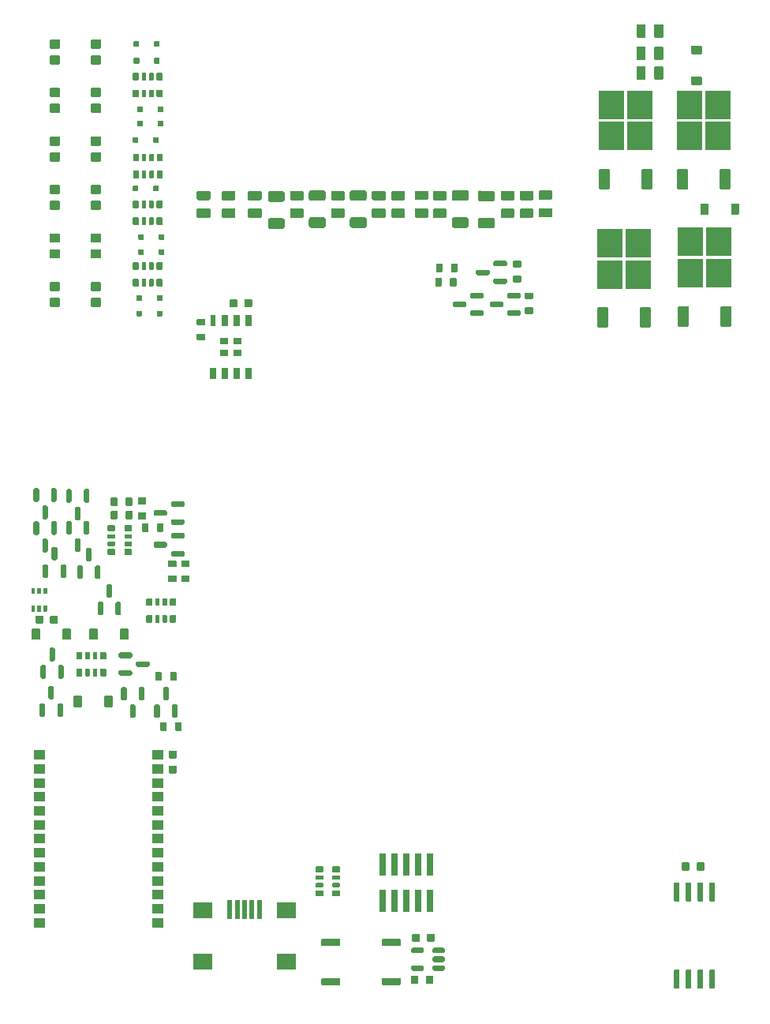
<source format=gtp>
G04 #@! TF.GenerationSoftware,KiCad,Pcbnew,(6.0.1)*
G04 #@! TF.CreationDate,2022-03-17T20:53:31+02:00*
G04 #@! TF.ProjectId,alphax_2ch,616c7068-6178-45f3-9263-682e6b696361,b*
G04 #@! TF.SameCoordinates,PX141f5e0PYa2cace0*
G04 #@! TF.FileFunction,Paste,Top*
G04 #@! TF.FilePolarity,Positive*
%FSLAX46Y46*%
G04 Gerber Fmt 4.6, Leading zero omitted, Abs format (unit mm)*
G04 Created by KiCad (PCBNEW (6.0.1)) date 2022-03-17 20:53:31*
%MOMM*%
%LPD*%
G01*
G04 APERTURE LIST*
%ADD10R,0.500000X2.000000*%
%ADD11R,2.000000X1.700000*%
%ADD12R,2.750000X3.050000*%
%ADD13O,0.000001X0.000001*%
%ADD14R,0.650000X1.310000*%
%ADD15R,0.600000X1.310000*%
%ADD16R,0.900000X0.795000*%
%ADD17R,1.300000X1.000000*%
%ADD18R,0.740000X2.400000*%
G04 APERTURE END LIST*
G04 #@! TO.C,U5*
G36*
G01*
X50400000Y3050000D02*
X50400000Y2750000D01*
G75*
G02*
X50250000Y2600000I-150000J0D01*
G01*
X49225000Y2600000D01*
G75*
G02*
X49075000Y2750000I0J150000D01*
G01*
X49075000Y3050000D01*
G75*
G02*
X49225000Y3200000I150000J0D01*
G01*
X50250000Y3200000D01*
G75*
G02*
X50400000Y3050000I0J-150000D01*
G01*
G37*
G36*
G01*
X50400000Y4000000D02*
X50400000Y3700000D01*
G75*
G02*
X50250000Y3550000I-150000J0D01*
G01*
X49225000Y3550000D01*
G75*
G02*
X49075000Y3700000I0J150000D01*
G01*
X49075000Y4000000D01*
G75*
G02*
X49225000Y4150000I150000J0D01*
G01*
X50250000Y4150000D01*
G75*
G02*
X50400000Y4000000I0J-150000D01*
G01*
G37*
G36*
G01*
X50400000Y4950000D02*
X50400000Y4650000D01*
G75*
G02*
X50250000Y4500000I-150000J0D01*
G01*
X49225000Y4500000D01*
G75*
G02*
X49075000Y4650000I0J150000D01*
G01*
X49075000Y4950000D01*
G75*
G02*
X49225000Y5100000I150000J0D01*
G01*
X50250000Y5100000D01*
G75*
G02*
X50400000Y4950000I0J-150000D01*
G01*
G37*
G36*
G01*
X48125000Y4950000D02*
X48125000Y4650000D01*
G75*
G02*
X47975000Y4500000I-150000J0D01*
G01*
X46950000Y4500000D01*
G75*
G02*
X46800000Y4650000I0J150000D01*
G01*
X46800000Y4950000D01*
G75*
G02*
X46950000Y5100000I150000J0D01*
G01*
X47975000Y5100000D01*
G75*
G02*
X48125000Y4950000I0J-150000D01*
G01*
G37*
G36*
G01*
X48125000Y3050000D02*
X48125000Y2750000D01*
G75*
G02*
X47975000Y2600000I-150000J0D01*
G01*
X46950000Y2600000D01*
G75*
G02*
X46800000Y2750000I0J150000D01*
G01*
X46800000Y3050000D01*
G75*
G02*
X46950000Y3200000I150000J0D01*
G01*
X47975000Y3200000D01*
G75*
G02*
X48125000Y3050000I0J-150000D01*
G01*
G37*
G04 #@! TD*
G04 #@! TO.C,R8*
G36*
G01*
X50461417Y83351578D02*
X49211417Y83351578D01*
G75*
G02*
X49111417Y83451578I0J100000D01*
G01*
X49111417Y84251578D01*
G75*
G02*
X49211417Y84351578I100000J0D01*
G01*
X50461417Y84351578D01*
G75*
G02*
X50561417Y84251578I0J-100000D01*
G01*
X50561417Y83451578D01*
G75*
G02*
X50461417Y83351578I-100000J0D01*
G01*
G37*
G36*
G01*
X50461417Y85251600D02*
X49211417Y85251600D01*
G75*
G02*
X49111417Y85351600I0J100000D01*
G01*
X49111417Y86151600D01*
G75*
G02*
X49211417Y86251600I100000J0D01*
G01*
X50461417Y86251600D01*
G75*
G02*
X50561417Y86151600I0J-100000D01*
G01*
X50561417Y85351600D01*
G75*
G02*
X50461417Y85251600I-100000J0D01*
G01*
G37*
G04 #@! TD*
G04 #@! TO.C,R29*
G36*
G01*
X17510000Y53350000D02*
X18290000Y53350000D01*
G75*
G02*
X18360000Y53280000I0J-70000D01*
G01*
X18360000Y52720000D01*
G75*
G02*
X18290000Y52650000I-70000J0D01*
G01*
X17510000Y52650000D01*
G75*
G02*
X17440000Y52720000I0J70000D01*
G01*
X17440000Y53280000D01*
G75*
G02*
X17510000Y53350000I70000J0D01*
G01*
G37*
G36*
G01*
X17510000Y51750000D02*
X18290000Y51750000D01*
G75*
G02*
X18360000Y51680000I0J-70000D01*
G01*
X18360000Y51120000D01*
G75*
G02*
X18290000Y51050000I-70000J0D01*
G01*
X17510000Y51050000D01*
G75*
G02*
X17440000Y51120000I0J70000D01*
G01*
X17440000Y51680000D01*
G75*
G02*
X17510000Y51750000I70000J0D01*
G01*
G37*
G04 #@! TD*
G04 #@! TO.C,R2*
G36*
G01*
X16900000Y76065000D02*
X16900000Y76735000D01*
G75*
G02*
X16965000Y76800000I65000J0D01*
G01*
X17485000Y76800000D01*
G75*
G02*
X17550000Y76735000I0J-65000D01*
G01*
X17550000Y76065000D01*
G75*
G02*
X17485000Y76000000I-65000J0D01*
G01*
X16965000Y76000000D01*
G75*
G02*
X16900000Y76065000I0J65000D01*
G01*
G37*
G36*
G01*
X17875000Y76045000D02*
X17875000Y76755000D01*
G75*
G02*
X17920000Y76800000I45000J0D01*
G01*
X18280000Y76800000D01*
G75*
G02*
X18325000Y76755000I0J-45000D01*
G01*
X18325000Y76045000D01*
G75*
G02*
X18280000Y76000000I-45000J0D01*
G01*
X17920000Y76000000D01*
G75*
G02*
X17875000Y76045000I0J45000D01*
G01*
G37*
G36*
G01*
X18675000Y76045000D02*
X18675000Y76755000D01*
G75*
G02*
X18720000Y76800000I45000J0D01*
G01*
X19080000Y76800000D01*
G75*
G02*
X19125000Y76755000I0J-45000D01*
G01*
X19125000Y76045000D01*
G75*
G02*
X19080000Y76000000I-45000J0D01*
G01*
X18720000Y76000000D01*
G75*
G02*
X18675000Y76045000I0J45000D01*
G01*
G37*
G36*
G01*
X19450000Y76065000D02*
X19450000Y76735000D01*
G75*
G02*
X19515000Y76800000I65000J0D01*
G01*
X20035000Y76800000D01*
G75*
G02*
X20100000Y76735000I0J-65000D01*
G01*
X20100000Y76065000D01*
G75*
G02*
X20035000Y76000000I-65000J0D01*
G01*
X19515000Y76000000D01*
G75*
G02*
X19450000Y76065000I0J65000D01*
G01*
G37*
G36*
G01*
X19450000Y77865000D02*
X19450000Y78535000D01*
G75*
G02*
X19515000Y78600000I65000J0D01*
G01*
X20035000Y78600000D01*
G75*
G02*
X20100000Y78535000I0J-65000D01*
G01*
X20100000Y77865000D01*
G75*
G02*
X20035000Y77800000I-65000J0D01*
G01*
X19515000Y77800000D01*
G75*
G02*
X19450000Y77865000I0J65000D01*
G01*
G37*
G36*
G01*
X18675000Y77845000D02*
X18675000Y78555000D01*
G75*
G02*
X18720000Y78600000I45000J0D01*
G01*
X19080000Y78600000D01*
G75*
G02*
X19125000Y78555000I0J-45000D01*
G01*
X19125000Y77845000D01*
G75*
G02*
X19080000Y77800000I-45000J0D01*
G01*
X18720000Y77800000D01*
G75*
G02*
X18675000Y77845000I0J45000D01*
G01*
G37*
G36*
G01*
X17875000Y77845000D02*
X17875000Y78555000D01*
G75*
G02*
X17920000Y78600000I45000J0D01*
G01*
X18280000Y78600000D01*
G75*
G02*
X18325000Y78555000I0J-45000D01*
G01*
X18325000Y77845000D01*
G75*
G02*
X18280000Y77800000I-45000J0D01*
G01*
X17920000Y77800000D01*
G75*
G02*
X17875000Y77845000I0J45000D01*
G01*
G37*
G36*
G01*
X16900000Y77865000D02*
X16900000Y78535000D01*
G75*
G02*
X16965000Y78600000I65000J0D01*
G01*
X17485000Y78600000D01*
G75*
G02*
X17550000Y78535000I0J-65000D01*
G01*
X17550000Y77865000D01*
G75*
G02*
X17485000Y77800000I-65000J0D01*
G01*
X16965000Y77800000D01*
G75*
G02*
X16900000Y77865000I0J65000D01*
G01*
G37*
G04 #@! TD*
G04 #@! TO.C,R4*
G36*
G01*
X20124000Y90147000D02*
X20124000Y89477000D01*
G75*
G02*
X20059000Y89412000I-65000J0D01*
G01*
X19539000Y89412000D01*
G75*
G02*
X19474000Y89477000I0J65000D01*
G01*
X19474000Y90147000D01*
G75*
G02*
X19539000Y90212000I65000J0D01*
G01*
X20059000Y90212000D01*
G75*
G02*
X20124000Y90147000I0J-65000D01*
G01*
G37*
G36*
G01*
X19149000Y90167000D02*
X19149000Y89457000D01*
G75*
G02*
X19104000Y89412000I-45000J0D01*
G01*
X18744000Y89412000D01*
G75*
G02*
X18699000Y89457000I0J45000D01*
G01*
X18699000Y90167000D01*
G75*
G02*
X18744000Y90212000I45000J0D01*
G01*
X19104000Y90212000D01*
G75*
G02*
X19149000Y90167000I0J-45000D01*
G01*
G37*
G36*
G01*
X18349000Y90167000D02*
X18349000Y89457000D01*
G75*
G02*
X18304000Y89412000I-45000J0D01*
G01*
X17944000Y89412000D01*
G75*
G02*
X17899000Y89457000I0J45000D01*
G01*
X17899000Y90167000D01*
G75*
G02*
X17944000Y90212000I45000J0D01*
G01*
X18304000Y90212000D01*
G75*
G02*
X18349000Y90167000I0J-45000D01*
G01*
G37*
G36*
G01*
X17574000Y90147000D02*
X17574000Y89477000D01*
G75*
G02*
X17509000Y89412000I-65000J0D01*
G01*
X16989000Y89412000D01*
G75*
G02*
X16924000Y89477000I0J65000D01*
G01*
X16924000Y90147000D01*
G75*
G02*
X16989000Y90212000I65000J0D01*
G01*
X17509000Y90212000D01*
G75*
G02*
X17574000Y90147000I0J-65000D01*
G01*
G37*
G36*
G01*
X17574000Y88347000D02*
X17574000Y87677000D01*
G75*
G02*
X17509000Y87612000I-65000J0D01*
G01*
X16989000Y87612000D01*
G75*
G02*
X16924000Y87677000I0J65000D01*
G01*
X16924000Y88347000D01*
G75*
G02*
X16989000Y88412000I65000J0D01*
G01*
X17509000Y88412000D01*
G75*
G02*
X17574000Y88347000I0J-65000D01*
G01*
G37*
G36*
G01*
X18349000Y88367000D02*
X18349000Y87657000D01*
G75*
G02*
X18304000Y87612000I-45000J0D01*
G01*
X17944000Y87612000D01*
G75*
G02*
X17899000Y87657000I0J45000D01*
G01*
X17899000Y88367000D01*
G75*
G02*
X17944000Y88412000I45000J0D01*
G01*
X18304000Y88412000D01*
G75*
G02*
X18349000Y88367000I0J-45000D01*
G01*
G37*
G36*
G01*
X19149000Y88367000D02*
X19149000Y87657000D01*
G75*
G02*
X19104000Y87612000I-45000J0D01*
G01*
X18744000Y87612000D01*
G75*
G02*
X18699000Y87657000I0J45000D01*
G01*
X18699000Y88367000D01*
G75*
G02*
X18744000Y88412000I45000J0D01*
G01*
X19104000Y88412000D01*
G75*
G02*
X19149000Y88367000I0J-45000D01*
G01*
G37*
G36*
G01*
X20124000Y88347000D02*
X20124000Y87677000D01*
G75*
G02*
X20059000Y87612000I-65000J0D01*
G01*
X19539000Y87612000D01*
G75*
G02*
X19474000Y87677000I0J65000D01*
G01*
X19474000Y88347000D01*
G75*
G02*
X19539000Y88412000I65000J0D01*
G01*
X20059000Y88412000D01*
G75*
G02*
X20124000Y88347000I0J-65000D01*
G01*
G37*
G04 #@! TD*
G04 #@! TO.C,C3*
G36*
G01*
X20860000Y26215001D02*
X21540000Y26215001D01*
G75*
G02*
X21625000Y26130001I0J-85000D01*
G01*
X21625000Y25450001D01*
G75*
G02*
X21540000Y25365001I-85000J0D01*
G01*
X20860000Y25365001D01*
G75*
G02*
X20775000Y25450001I0J85000D01*
G01*
X20775000Y26130001D01*
G75*
G02*
X20860000Y26215001I85000J0D01*
G01*
G37*
G36*
G01*
X20860000Y24634999D02*
X21540000Y24634999D01*
G75*
G02*
X21625000Y24549999I0J-85000D01*
G01*
X21625000Y23869999D01*
G75*
G02*
X21540000Y23784999I-85000J0D01*
G01*
X20860000Y23784999D01*
G75*
G02*
X20775000Y23869999I0J85000D01*
G01*
X20775000Y24549999D01*
G75*
G02*
X20860000Y24634999I85000J0D01*
G01*
G37*
G04 #@! TD*
G04 #@! TO.C,R9*
G36*
G01*
X48507571Y83373048D02*
X47257571Y83373048D01*
G75*
G02*
X47157571Y83473048I0J100000D01*
G01*
X47157571Y84273048D01*
G75*
G02*
X47257571Y84373048I100000J0D01*
G01*
X48507571Y84373048D01*
G75*
G02*
X48607571Y84273048I0J-100000D01*
G01*
X48607571Y83473048D01*
G75*
G02*
X48507571Y83373048I-100000J0D01*
G01*
G37*
G36*
G01*
X48507571Y85273070D02*
X47257571Y85273070D01*
G75*
G02*
X47157571Y85373070I0J100000D01*
G01*
X47157571Y86173070D01*
G75*
G02*
X47257571Y86273070I100000J0D01*
G01*
X48507571Y86273070D01*
G75*
G02*
X48607571Y86173070I0J-100000D01*
G01*
X48607571Y85373070D01*
G75*
G02*
X48507571Y85273070I-100000J0D01*
G01*
G37*
G04 #@! TD*
G04 #@! TO.C,F4*
G36*
G01*
X35800000Y85405010D02*
X35800000Y86095010D01*
G75*
G02*
X36030000Y86325010I230000J0D01*
G01*
X37370000Y86325010D01*
G75*
G02*
X37600000Y86095010I0J-230000D01*
G01*
X37600000Y85405010D01*
G75*
G02*
X37370000Y85175010I-230000J0D01*
G01*
X36030000Y85175010D01*
G75*
G02*
X35800000Y85405010I0J230000D01*
G01*
G37*
G36*
G01*
X35800000Y82504990D02*
X35800000Y83194990D01*
G75*
G02*
X36030000Y83424990I230000J0D01*
G01*
X37370000Y83424990D01*
G75*
G02*
X37600000Y83194990I0J-230000D01*
G01*
X37600000Y82504990D01*
G75*
G02*
X37370000Y82274990I-230000J0D01*
G01*
X36030000Y82274990D01*
G75*
G02*
X35800000Y82504990I0J230000D01*
G01*
G37*
G04 #@! TD*
G04 #@! TO.C,Q13*
G36*
G01*
X57075000Y76700000D02*
X57075000Y76400000D01*
G75*
G02*
X56925000Y76250000I-150000J0D01*
G01*
X55750000Y76250000D01*
G75*
G02*
X55600000Y76400000I0J150000D01*
G01*
X55600000Y76700000D01*
G75*
G02*
X55750000Y76850000I150000J0D01*
G01*
X56925000Y76850000D01*
G75*
G02*
X57075000Y76700000I0J-150000D01*
G01*
G37*
G36*
G01*
X55200000Y77650000D02*
X55200000Y77350000D01*
G75*
G02*
X55050000Y77200000I-150000J0D01*
G01*
X53875000Y77200000D01*
G75*
G02*
X53725000Y77350000I0J150000D01*
G01*
X53725000Y77650000D01*
G75*
G02*
X53875000Y77800000I150000J0D01*
G01*
X55050000Y77800000D01*
G75*
G02*
X55200000Y77650000I0J-150000D01*
G01*
G37*
G36*
G01*
X57075000Y78600000D02*
X57075000Y78300000D01*
G75*
G02*
X56925000Y78150000I-150000J0D01*
G01*
X55750000Y78150000D01*
G75*
G02*
X55600000Y78300000I0J150000D01*
G01*
X55600000Y78600000D01*
G75*
G02*
X55750000Y78750000I150000J0D01*
G01*
X56925000Y78750000D01*
G75*
G02*
X57075000Y78600000I0J-150000D01*
G01*
G37*
G04 #@! TD*
G04 #@! TO.C,D1*
G36*
G01*
X17561499Y80000000D02*
X18041499Y80000000D01*
G75*
G02*
X18101499Y79940000I0J-60000D01*
G01*
X18101499Y79460000D01*
G75*
G02*
X18041499Y79400000I-60000J0D01*
G01*
X17561499Y79400000D01*
G75*
G02*
X17501499Y79460000I0J60000D01*
G01*
X17501499Y79940000D01*
G75*
G02*
X17561499Y80000000I60000J0D01*
G01*
G37*
G36*
G01*
X19761499Y80000000D02*
X20241499Y80000000D01*
G75*
G02*
X20301499Y79940000I0J-60000D01*
G01*
X20301499Y79460000D01*
G75*
G02*
X20241499Y79400000I-60000J0D01*
G01*
X19761499Y79400000D01*
G75*
G02*
X19701499Y79460000I0J60000D01*
G01*
X19701499Y79940000D01*
G75*
G02*
X19761499Y80000000I60000J0D01*
G01*
G37*
G04 #@! TD*
G04 #@! TO.C,D15*
G36*
G01*
X13399998Y84200001D02*
X12499998Y84200001D01*
G75*
G02*
X12399998Y84300001I0J100000D01*
G01*
X12399998Y85100001D01*
G75*
G02*
X12499998Y85200001I100000J0D01*
G01*
X13399998Y85200001D01*
G75*
G02*
X13499998Y85100001I0J-100000D01*
G01*
X13499998Y84300001D01*
G75*
G02*
X13399998Y84200001I-100000J0D01*
G01*
G37*
G36*
G01*
X13399998Y85900001D02*
X12499998Y85900001D01*
G75*
G02*
X12399998Y86000001I0J100000D01*
G01*
X12399998Y86800001D01*
G75*
G02*
X12499998Y86900001I100000J0D01*
G01*
X13399998Y86900001D01*
G75*
G02*
X13499998Y86800001I0J-100000D01*
G01*
X13499998Y86000001D01*
G75*
G02*
X13399998Y85900001I-100000J0D01*
G01*
G37*
G04 #@! TD*
G04 #@! TO.C,C1*
G36*
G01*
X27284999Y73860000D02*
X27284999Y74540000D01*
G75*
G02*
X27369999Y74625000I85000J0D01*
G01*
X28049999Y74625000D01*
G75*
G02*
X28134999Y74540000I0J-85000D01*
G01*
X28134999Y73860000D01*
G75*
G02*
X28049999Y73775000I-85000J0D01*
G01*
X27369999Y73775000D01*
G75*
G02*
X27284999Y73860000I0J85000D01*
G01*
G37*
G36*
G01*
X28865001Y73860000D02*
X28865001Y74540000D01*
G75*
G02*
X28950001Y74625000I85000J0D01*
G01*
X29630001Y74625000D01*
G75*
G02*
X29715001Y74540000I0J-85000D01*
G01*
X29715001Y73860000D01*
G75*
G02*
X29630001Y73775000I-85000J0D01*
G01*
X28950001Y73775000D01*
G75*
G02*
X28865001Y73860000I0J85000D01*
G01*
G37*
G04 #@! TD*
G04 #@! TO.C,S1*
G36*
G01*
X43730000Y6050001D02*
X45570000Y6050001D01*
G75*
G02*
X45650000Y5970001I0J-80000D01*
G01*
X45650000Y5330001D01*
G75*
G02*
X45570000Y5250001I-80000J0D01*
G01*
X43730000Y5250001D01*
G75*
G02*
X43650000Y5330001I0J80000D01*
G01*
X43650000Y5970001D01*
G75*
G02*
X43730000Y6050001I80000J0D01*
G01*
G37*
G36*
G01*
X43730000Y1850000D02*
X45570000Y1850000D01*
G75*
G02*
X45650000Y1770000I0J-80000D01*
G01*
X45650000Y1130000D01*
G75*
G02*
X45570000Y1050000I-80000J0D01*
G01*
X43730000Y1050000D01*
G75*
G02*
X43650000Y1130000I0J80000D01*
G01*
X43650000Y1770000D01*
G75*
G02*
X43730000Y1850000I80000J0D01*
G01*
G37*
G04 #@! TD*
G04 #@! TO.C,D6*
G36*
G01*
X17058502Y102312502D02*
X17538502Y102312502D01*
G75*
G02*
X17598502Y102252502I0J-60000D01*
G01*
X17598502Y101772502D01*
G75*
G02*
X17538502Y101712502I-60000J0D01*
G01*
X17058502Y101712502D01*
G75*
G02*
X16998502Y101772502I0J60000D01*
G01*
X16998502Y102252502D01*
G75*
G02*
X17058502Y102312502I60000J0D01*
G01*
G37*
G36*
G01*
X19258502Y102312502D02*
X19738502Y102312502D01*
G75*
G02*
X19798502Y102252502I0J-60000D01*
G01*
X19798502Y101772502D01*
G75*
G02*
X19738502Y101712502I-60000J0D01*
G01*
X19258502Y101712502D01*
G75*
G02*
X19198502Y101772502I0J60000D01*
G01*
X19198502Y102252502D01*
G75*
G02*
X19258502Y102312502I60000J0D01*
G01*
G37*
G04 #@! TD*
G04 #@! TO.C,C4*
G36*
G01*
X49315001Y6490000D02*
X49315001Y5810000D01*
G75*
G02*
X49230001Y5725000I-85000J0D01*
G01*
X48550001Y5725000D01*
G75*
G02*
X48465001Y5810000I0J85000D01*
G01*
X48465001Y6490000D01*
G75*
G02*
X48550001Y6575000I85000J0D01*
G01*
X49230001Y6575000D01*
G75*
G02*
X49315001Y6490000I0J-85000D01*
G01*
G37*
G36*
G01*
X47734999Y6490000D02*
X47734999Y5810000D01*
G75*
G02*
X47649999Y5725000I-85000J0D01*
G01*
X46969999Y5725000D01*
G75*
G02*
X46884999Y5810000I0J85000D01*
G01*
X46884999Y6490000D01*
G75*
G02*
X46969999Y6575000I85000J0D01*
G01*
X47649999Y6575000D01*
G75*
G02*
X47734999Y6490000I0J-85000D01*
G01*
G37*
G04 #@! TD*
G04 #@! TO.C,Q1*
G36*
G01*
X7350000Y29825000D02*
X7050000Y29825000D01*
G75*
G02*
X6900000Y29975000I0J150000D01*
G01*
X6900000Y31150000D01*
G75*
G02*
X7050000Y31300000I150000J0D01*
G01*
X7350000Y31300000D01*
G75*
G02*
X7500000Y31150000I0J-150000D01*
G01*
X7500000Y29975000D01*
G75*
G02*
X7350000Y29825000I-150000J0D01*
G01*
G37*
G36*
G01*
X8300000Y31700000D02*
X8000000Y31700000D01*
G75*
G02*
X7850000Y31850000I0J150000D01*
G01*
X7850000Y33025000D01*
G75*
G02*
X8000000Y33175000I150000J0D01*
G01*
X8300000Y33175000D01*
G75*
G02*
X8450000Y33025000I0J-150000D01*
G01*
X8450000Y31850000D01*
G75*
G02*
X8300000Y31700000I-150000J0D01*
G01*
G37*
G36*
G01*
X9250000Y29825000D02*
X8950000Y29825000D01*
G75*
G02*
X8800000Y29975000I0J150000D01*
G01*
X8800000Y31150000D01*
G75*
G02*
X8950000Y31300000I150000J0D01*
G01*
X9250000Y31300000D01*
G75*
G02*
X9400000Y31150000I0J-150000D01*
G01*
X9400000Y29975000D01*
G75*
G02*
X9250000Y29825000I-150000J0D01*
G01*
G37*
G04 #@! TD*
G04 #@! TO.C,D28*
G36*
G01*
X10250000Y39210000D02*
X10250000Y38190000D01*
G75*
G02*
X10160000Y38100000I-90000J0D01*
G01*
X9440000Y38100000D01*
G75*
G02*
X9350000Y38190000I0J90000D01*
G01*
X9350000Y39210000D01*
G75*
G02*
X9440000Y39300000I90000J0D01*
G01*
X10160000Y39300000D01*
G75*
G02*
X10250000Y39210000I0J-90000D01*
G01*
G37*
G36*
G01*
X6950000Y39210000D02*
X6950000Y38190000D01*
G75*
G02*
X6860000Y38100000I-90000J0D01*
G01*
X6140000Y38100000D01*
G75*
G02*
X6050000Y38190000I0J90000D01*
G01*
X6050000Y39210000D01*
G75*
G02*
X6140000Y39300000I90000J0D01*
G01*
X6860000Y39300000D01*
G75*
G02*
X6950000Y39210000I0J-90000D01*
G01*
G37*
G04 #@! TD*
G04 #@! TO.C,D12*
G36*
G01*
X13399998Y79000001D02*
X12499998Y79000001D01*
G75*
G02*
X12399998Y79100001I0J100000D01*
G01*
X12399998Y79900001D01*
G75*
G02*
X12499998Y80000001I100000J0D01*
G01*
X13399998Y80000001D01*
G75*
G02*
X13499998Y79900001I0J-100000D01*
G01*
X13499998Y79100001D01*
G75*
G02*
X13399998Y79000001I-100000J0D01*
G01*
G37*
G36*
G01*
X13399998Y80700001D02*
X12499998Y80700001D01*
G75*
G02*
X12399998Y80800001I0J100000D01*
G01*
X12399998Y81600001D01*
G75*
G02*
X12499998Y81700001I100000J0D01*
G01*
X13399998Y81700001D01*
G75*
G02*
X13499998Y81600001I0J-100000D01*
G01*
X13499998Y80800001D01*
G75*
G02*
X13399998Y80700001I-100000J0D01*
G01*
G37*
G04 #@! TD*
G04 #@! TO.C,R38*
G36*
G01*
X19850000Y28410000D02*
X19850000Y29190000D01*
G75*
G02*
X19920000Y29260000I70000J0D01*
G01*
X20480000Y29260000D01*
G75*
G02*
X20550000Y29190000I0J-70000D01*
G01*
X20550000Y28410000D01*
G75*
G02*
X20480000Y28340000I-70000J0D01*
G01*
X19920000Y28340000D01*
G75*
G02*
X19850000Y28410000I0J70000D01*
G01*
G37*
G36*
G01*
X21450000Y28410000D02*
X21450000Y29190000D01*
G75*
G02*
X21520000Y29260000I70000J0D01*
G01*
X22080000Y29260000D01*
G75*
G02*
X22150000Y29190000I0J-70000D01*
G01*
X22150000Y28410000D01*
G75*
G02*
X22080000Y28340000I-70000J0D01*
G01*
X21520000Y28340000D01*
G75*
G02*
X21450000Y28410000I0J70000D01*
G01*
G37*
G04 #@! TD*
G04 #@! TO.C,D22*
G36*
G01*
X17060000Y100500000D02*
X17540000Y100500000D01*
G75*
G02*
X17600000Y100440000I0J-60000D01*
G01*
X17600000Y99960000D01*
G75*
G02*
X17540000Y99900000I-60000J0D01*
G01*
X17060000Y99900000D01*
G75*
G02*
X17000000Y99960000I0J60000D01*
G01*
X17000000Y100440000D01*
G75*
G02*
X17060000Y100500000I60000J0D01*
G01*
G37*
G36*
G01*
X19260000Y100500000D02*
X19740000Y100500000D01*
G75*
G02*
X19800000Y100440000I0J-60000D01*
G01*
X19800000Y99960000D01*
G75*
G02*
X19740000Y99900000I-60000J0D01*
G01*
X19260000Y99900000D01*
G75*
G02*
X19200000Y99960000I0J60000D01*
G01*
X19200000Y100440000D01*
G75*
G02*
X19260000Y100500000I60000J0D01*
G01*
G37*
G04 #@! TD*
G04 #@! TO.C,R32*
G36*
G01*
X51650000Y76856000D02*
X51650000Y76076000D01*
G75*
G02*
X51580000Y76006000I-70000J0D01*
G01*
X51020000Y76006000D01*
G75*
G02*
X50950000Y76076000I0J70000D01*
G01*
X50950000Y76856000D01*
G75*
G02*
X51020000Y76926000I70000J0D01*
G01*
X51580000Y76926000D01*
G75*
G02*
X51650000Y76856000I0J-70000D01*
G01*
G37*
G36*
G01*
X50050000Y76856000D02*
X50050000Y76076000D01*
G75*
G02*
X49980000Y76006000I-70000J0D01*
G01*
X49420000Y76006000D01*
G75*
G02*
X49350000Y76076000I0J70000D01*
G01*
X49350000Y76856000D01*
G75*
G02*
X49420000Y76926000I70000J0D01*
G01*
X49980000Y76926000D01*
G75*
G02*
X50050000Y76856000I0J-70000D01*
G01*
G37*
G04 #@! TD*
G04 #@! TO.C,D11*
G36*
G01*
X13399998Y94600001D02*
X12499998Y94600001D01*
G75*
G02*
X12399998Y94700001I0J100000D01*
G01*
X12399998Y95500001D01*
G75*
G02*
X12499998Y95600001I100000J0D01*
G01*
X13399998Y95600001D01*
G75*
G02*
X13499998Y95500001I0J-100000D01*
G01*
X13499998Y94700001D01*
G75*
G02*
X13399998Y94600001I-100000J0D01*
G01*
G37*
G36*
G01*
X13399998Y96300001D02*
X12499998Y96300001D01*
G75*
G02*
X12399998Y96400001I0J100000D01*
G01*
X12399998Y97200001D01*
G75*
G02*
X12499998Y97300001I100000J0D01*
G01*
X13399998Y97300001D01*
G75*
G02*
X13499998Y97200001I0J-100000D01*
G01*
X13499998Y96400001D01*
G75*
G02*
X13399998Y96300001I-100000J0D01*
G01*
G37*
G04 #@! TD*
G04 #@! TO.C,R11*
G36*
G01*
X25125000Y83349999D02*
X23875000Y83349999D01*
G75*
G02*
X23775000Y83449999I0J100000D01*
G01*
X23775000Y84249999D01*
G75*
G02*
X23875000Y84349999I100000J0D01*
G01*
X25125000Y84349999D01*
G75*
G02*
X25225000Y84249999I0J-100000D01*
G01*
X25225000Y83449999D01*
G75*
G02*
X25125000Y83349999I-100000J0D01*
G01*
G37*
G36*
G01*
X25125000Y85250021D02*
X23875000Y85250021D01*
G75*
G02*
X23775000Y85350021I0J100000D01*
G01*
X23775000Y86150021D01*
G75*
G02*
X23875000Y86250021I100000J0D01*
G01*
X25125000Y86250021D01*
G75*
G02*
X25225000Y86150021I0J-100000D01*
G01*
X25225000Y85350021D01*
G75*
G02*
X25125000Y85250021I-100000J0D01*
G01*
G37*
G04 #@! TD*
G04 #@! TO.C,R6*
G36*
G01*
X73850001Y104025000D02*
X73850001Y102775000D01*
G75*
G02*
X73750001Y102675000I-100000J0D01*
G01*
X72950001Y102675000D01*
G75*
G02*
X72850001Y102775000I0J100000D01*
G01*
X72850001Y104025000D01*
G75*
G02*
X72950001Y104125000I100000J0D01*
G01*
X73750001Y104125000D01*
G75*
G02*
X73850001Y104025000I0J-100000D01*
G01*
G37*
G36*
G01*
X71949979Y104025000D02*
X71949979Y102775000D01*
G75*
G02*
X71849979Y102675000I-100000J0D01*
G01*
X71049979Y102675000D01*
G75*
G02*
X70949979Y102775000I0J100000D01*
G01*
X70949979Y104025000D01*
G75*
G02*
X71049979Y104125000I100000J0D01*
G01*
X71849979Y104125000D01*
G75*
G02*
X71949979Y104025000I0J-100000D01*
G01*
G37*
G04 #@! TD*
D10*
G04 #@! TO.C,J1*
X27300000Y9175000D03*
X28100000Y9175000D03*
X28900000Y9175000D03*
X29700000Y9175000D03*
X30500000Y9175000D03*
D11*
X24450000Y9075000D03*
X33350000Y9075000D03*
X24450000Y3625000D03*
X33350000Y3625000D03*
G04 #@! TD*
D12*
G04 #@! TO.C,Q8*
X79725000Y95475000D03*
X79725000Y92125000D03*
X76675000Y92125000D03*
X76675000Y95475000D03*
G36*
G01*
X76400000Y86400000D02*
X75440000Y86400000D01*
G75*
G02*
X75320000Y86520000I0J120000D01*
G01*
X75320000Y88480000D01*
G75*
G02*
X75440000Y88600000I120000J0D01*
G01*
X76400000Y88600000D01*
G75*
G02*
X76520000Y88480000I0J-120000D01*
G01*
X76520000Y86520000D01*
G75*
G02*
X76400000Y86400000I-120000J0D01*
G01*
G37*
G36*
G01*
X80960000Y86400000D02*
X80000000Y86400000D01*
G75*
G02*
X79880000Y86520000I0J120000D01*
G01*
X79880000Y88480000D01*
G75*
G02*
X80000000Y88600000I120000J0D01*
G01*
X80960000Y88600000D01*
G75*
G02*
X81080000Y88480000I0J-120000D01*
G01*
X81080000Y86520000D01*
G75*
G02*
X80960000Y86400000I-120000J0D01*
G01*
G37*
G04 #@! TD*
G04 #@! TO.C,Q4*
G36*
G01*
X8300000Y50825000D02*
X8600000Y50825000D01*
G75*
G02*
X8750000Y50675000I0J-150000D01*
G01*
X8750000Y49500000D01*
G75*
G02*
X8600000Y49350000I-150000J0D01*
G01*
X8300000Y49350000D01*
G75*
G02*
X8150000Y49500000I0J150000D01*
G01*
X8150000Y50675000D01*
G75*
G02*
X8300000Y50825000I150000J0D01*
G01*
G37*
G36*
G01*
X7350000Y48950000D02*
X7650000Y48950000D01*
G75*
G02*
X7800000Y48800000I0J-150000D01*
G01*
X7800000Y47625000D01*
G75*
G02*
X7650000Y47475000I-150000J0D01*
G01*
X7350000Y47475000D01*
G75*
G02*
X7200000Y47625000I0J150000D01*
G01*
X7200000Y48800000D01*
G75*
G02*
X7350000Y48950000I150000J0D01*
G01*
G37*
G36*
G01*
X6400000Y50825000D02*
X6700000Y50825000D01*
G75*
G02*
X6850000Y50675000I0J-150000D01*
G01*
X6850000Y49500000D01*
G75*
G02*
X6700000Y49350000I-150000J0D01*
G01*
X6400000Y49350000D01*
G75*
G02*
X6250000Y49500000I0J150000D01*
G01*
X6250000Y50675000D01*
G75*
G02*
X6400000Y50825000I150000J0D01*
G01*
G37*
G04 #@! TD*
G04 #@! TO.C,Q3*
G36*
G01*
X7450000Y33925000D02*
X7150000Y33925000D01*
G75*
G02*
X7000000Y34075000I0J150000D01*
G01*
X7000000Y35250000D01*
G75*
G02*
X7150000Y35400000I150000J0D01*
G01*
X7450000Y35400000D01*
G75*
G02*
X7600000Y35250000I0J-150000D01*
G01*
X7600000Y34075000D01*
G75*
G02*
X7450000Y33925000I-150000J0D01*
G01*
G37*
G36*
G01*
X8400000Y35800000D02*
X8100000Y35800000D01*
G75*
G02*
X7950000Y35950000I0J150000D01*
G01*
X7950000Y37125000D01*
G75*
G02*
X8100000Y37275000I150000J0D01*
G01*
X8400000Y37275000D01*
G75*
G02*
X8550000Y37125000I0J-150000D01*
G01*
X8550000Y35950000D01*
G75*
G02*
X8400000Y35800000I-150000J0D01*
G01*
G37*
G36*
G01*
X9350000Y33925000D02*
X9050000Y33925000D01*
G75*
G02*
X8900000Y34075000I0J150000D01*
G01*
X8900000Y35250000D01*
G75*
G02*
X9050000Y35400000I150000J0D01*
G01*
X9350000Y35400000D01*
G75*
G02*
X9500000Y35250000I0J-150000D01*
G01*
X9500000Y34075000D01*
G75*
G02*
X9350000Y33925000I-150000J0D01*
G01*
G37*
G04 #@! TD*
G04 #@! TO.C,R30*
G36*
G01*
X59808000Y73050000D02*
X59028000Y73050000D01*
G75*
G02*
X58958000Y73120000I0J70000D01*
G01*
X58958000Y73680000D01*
G75*
G02*
X59028000Y73750000I70000J0D01*
G01*
X59808000Y73750000D01*
G75*
G02*
X59878000Y73680000I0J-70000D01*
G01*
X59878000Y73120000D01*
G75*
G02*
X59808000Y73050000I-70000J0D01*
G01*
G37*
G36*
G01*
X59808000Y74650000D02*
X59028000Y74650000D01*
G75*
G02*
X58958000Y74720000I0J70000D01*
G01*
X58958000Y75280000D01*
G75*
G02*
X59028000Y75350000I70000J0D01*
G01*
X59808000Y75350000D01*
G75*
G02*
X59878000Y75280000I0J-70000D01*
G01*
X59878000Y74720000D01*
G75*
G02*
X59808000Y74650000I-70000J0D01*
G01*
G37*
G04 #@! TD*
G04 #@! TO.C,R41*
G36*
G01*
X20760000Y46600000D02*
X21540000Y46600000D01*
G75*
G02*
X21610000Y46530000I0J-70000D01*
G01*
X21610000Y45970000D01*
G75*
G02*
X21540000Y45900000I-70000J0D01*
G01*
X20760000Y45900000D01*
G75*
G02*
X20690000Y45970000I0J70000D01*
G01*
X20690000Y46530000D01*
G75*
G02*
X20760000Y46600000I70000J0D01*
G01*
G37*
G36*
G01*
X20760000Y45000000D02*
X21540000Y45000000D01*
G75*
G02*
X21610000Y44930000I0J-70000D01*
G01*
X21610000Y44370000D01*
G75*
G02*
X21540000Y44300000I-70000J0D01*
G01*
X20760000Y44300000D01*
G75*
G02*
X20690000Y44370000I0J70000D01*
G01*
X20690000Y44930000D01*
G75*
G02*
X20760000Y45000000I70000J0D01*
G01*
G37*
G04 #@! TD*
G04 #@! TO.C,U2*
G36*
G01*
X7340000Y43675000D02*
X7660000Y43675000D01*
G75*
G02*
X7700000Y43635000I0J-40000D01*
G01*
X7700000Y43065000D01*
G75*
G02*
X7660000Y43025000I-40000J0D01*
G01*
X7340000Y43025000D01*
G75*
G02*
X7300000Y43065000I0J40000D01*
G01*
X7300000Y43635000D01*
G75*
G02*
X7340000Y43675000I40000J0D01*
G01*
G37*
G36*
G01*
X6690000Y43675000D02*
X7010000Y43675000D01*
G75*
G02*
X7050000Y43635000I0J-40000D01*
G01*
X7050000Y43065000D01*
G75*
G02*
X7010000Y43025000I-40000J0D01*
G01*
X6690000Y43025000D01*
G75*
G02*
X6650000Y43065000I0J40000D01*
G01*
X6650000Y43635000D01*
G75*
G02*
X6690000Y43675000I40000J0D01*
G01*
G37*
G36*
G01*
X6040000Y43675000D02*
X6360000Y43675000D01*
G75*
G02*
X6400000Y43635000I0J-40000D01*
G01*
X6400000Y43065000D01*
G75*
G02*
X6360000Y43025000I-40000J0D01*
G01*
X6040000Y43025000D01*
G75*
G02*
X6000000Y43065000I0J40000D01*
G01*
X6000000Y43635000D01*
G75*
G02*
X6040000Y43675000I40000J0D01*
G01*
G37*
G36*
G01*
X6040000Y41775000D02*
X6360000Y41775000D01*
G75*
G02*
X6400000Y41735000I0J-40000D01*
G01*
X6400000Y41165000D01*
G75*
G02*
X6360000Y41125000I-40000J0D01*
G01*
X6040000Y41125000D01*
G75*
G02*
X6000000Y41165000I0J40000D01*
G01*
X6000000Y41735000D01*
G75*
G02*
X6040000Y41775000I40000J0D01*
G01*
G37*
G36*
G01*
X6690000Y41775000D02*
X7010000Y41775000D01*
G75*
G02*
X7050000Y41735000I0J-40000D01*
G01*
X7050000Y41165000D01*
G75*
G02*
X7010000Y41125000I-40000J0D01*
G01*
X6690000Y41125000D01*
G75*
G02*
X6650000Y41165000I0J40000D01*
G01*
X6650000Y41735000D01*
G75*
G02*
X6690000Y41775000I40000J0D01*
G01*
G37*
G36*
G01*
X7340000Y41775000D02*
X7660000Y41775000D01*
G75*
G02*
X7700000Y41735000I0J-40000D01*
G01*
X7700000Y41165000D01*
G75*
G02*
X7660000Y41125000I-40000J0D01*
G01*
X7340000Y41125000D01*
G75*
G02*
X7300000Y41165000I0J40000D01*
G01*
X7300000Y41735000D01*
G75*
G02*
X7340000Y41775000I40000J0D01*
G01*
G37*
G04 #@! TD*
G04 #@! TO.C,Q15*
G36*
G01*
X11400000Y44625000D02*
X11100000Y44625000D01*
G75*
G02*
X10950000Y44775000I0J150000D01*
G01*
X10950000Y45950000D01*
G75*
G02*
X11100000Y46100000I150000J0D01*
G01*
X11400000Y46100000D01*
G75*
G02*
X11550000Y45950000I0J-150000D01*
G01*
X11550000Y44775000D01*
G75*
G02*
X11400000Y44625000I-150000J0D01*
G01*
G37*
G36*
G01*
X12350000Y46500000D02*
X12050000Y46500000D01*
G75*
G02*
X11900000Y46650000I0J150000D01*
G01*
X11900000Y47825000D01*
G75*
G02*
X12050000Y47975000I150000J0D01*
G01*
X12350000Y47975000D01*
G75*
G02*
X12500000Y47825000I0J-150000D01*
G01*
X12500000Y46650000D01*
G75*
G02*
X12350000Y46500000I-150000J0D01*
G01*
G37*
G36*
G01*
X13300000Y44625000D02*
X13000000Y44625000D01*
G75*
G02*
X12850000Y44775000I0J150000D01*
G01*
X12850000Y45950000D01*
G75*
G02*
X13000000Y46100000I150000J0D01*
G01*
X13300000Y46100000D01*
G75*
G02*
X13450000Y45950000I0J-150000D01*
G01*
X13450000Y44775000D01*
G75*
G02*
X13300000Y44625000I-150000J0D01*
G01*
G37*
G04 #@! TD*
G04 #@! TO.C,R17*
G36*
G01*
X39525000Y83349999D02*
X38275000Y83349999D01*
G75*
G02*
X38175000Y83449999I0J100000D01*
G01*
X38175000Y84249999D01*
G75*
G02*
X38275000Y84349999I100000J0D01*
G01*
X39525000Y84349999D01*
G75*
G02*
X39625000Y84249999I0J-100000D01*
G01*
X39625000Y83449999D01*
G75*
G02*
X39525000Y83349999I-100000J0D01*
G01*
G37*
G36*
G01*
X39525000Y85250021D02*
X38275000Y85250021D01*
G75*
G02*
X38175000Y85350021I0J100000D01*
G01*
X38175000Y86150021D01*
G75*
G02*
X38275000Y86250021I100000J0D01*
G01*
X39525000Y86250021D01*
G75*
G02*
X39625000Y86150021I0J-100000D01*
G01*
X39625000Y85350021D01*
G75*
G02*
X39525000Y85250021I-100000J0D01*
G01*
G37*
G04 #@! TD*
G04 #@! TO.C,R33*
G36*
G01*
X51750000Y78380000D02*
X51750000Y77600000D01*
G75*
G02*
X51680000Y77530000I-70000J0D01*
G01*
X51120000Y77530000D01*
G75*
G02*
X51050000Y77600000I0J70000D01*
G01*
X51050000Y78380000D01*
G75*
G02*
X51120000Y78450000I70000J0D01*
G01*
X51680000Y78450000D01*
G75*
G02*
X51750000Y78380000I0J-70000D01*
G01*
G37*
G36*
G01*
X50150000Y78380000D02*
X50150000Y77600000D01*
G75*
G02*
X50080000Y77530000I-70000J0D01*
G01*
X49520000Y77530000D01*
G75*
G02*
X49450000Y77600000I0J70000D01*
G01*
X49450000Y78380000D01*
G75*
G02*
X49520000Y78450000I70000J0D01*
G01*
X50080000Y78450000D01*
G75*
G02*
X50150000Y78380000I0J-70000D01*
G01*
G37*
G04 #@! TD*
G04 #@! TO.C,Q19*
G36*
G01*
X19652000Y29723000D02*
X19352000Y29723000D01*
G75*
G02*
X19202000Y29873000I0J150000D01*
G01*
X19202000Y31048000D01*
G75*
G02*
X19352000Y31198000I150000J0D01*
G01*
X19652000Y31198000D01*
G75*
G02*
X19802000Y31048000I0J-150000D01*
G01*
X19802000Y29873000D01*
G75*
G02*
X19652000Y29723000I-150000J0D01*
G01*
G37*
G36*
G01*
X20602000Y31598000D02*
X20302000Y31598000D01*
G75*
G02*
X20152000Y31748000I0J150000D01*
G01*
X20152000Y32923000D01*
G75*
G02*
X20302000Y33073000I150000J0D01*
G01*
X20602000Y33073000D01*
G75*
G02*
X20752000Y32923000I0J-150000D01*
G01*
X20752000Y31748000D01*
G75*
G02*
X20602000Y31598000I-150000J0D01*
G01*
G37*
G36*
G01*
X21552000Y29723000D02*
X21252000Y29723000D01*
G75*
G02*
X21102000Y29873000I0J150000D01*
G01*
X21102000Y31048000D01*
G75*
G02*
X21252000Y31198000I150000J0D01*
G01*
X21552000Y31198000D01*
G75*
G02*
X21702000Y31048000I0J-150000D01*
G01*
X21702000Y29873000D01*
G75*
G02*
X21552000Y29723000I-150000J0D01*
G01*
G37*
G04 #@! TD*
G04 #@! TO.C,S2*
G36*
G01*
X37230000Y6050001D02*
X39070000Y6050001D01*
G75*
G02*
X39150000Y5970001I0J-80000D01*
G01*
X39150000Y5330001D01*
G75*
G02*
X39070000Y5250001I-80000J0D01*
G01*
X37230000Y5250001D01*
G75*
G02*
X37150000Y5330001I0J80000D01*
G01*
X37150000Y5970001D01*
G75*
G02*
X37230000Y6050001I80000J0D01*
G01*
G37*
G36*
G01*
X37230000Y1850000D02*
X39070000Y1850000D01*
G75*
G02*
X39150000Y1770000I0J-80000D01*
G01*
X39150000Y1130000D01*
G75*
G02*
X39070000Y1050000I-80000J0D01*
G01*
X37230000Y1050000D01*
G75*
G02*
X37150000Y1130000I0J80000D01*
G01*
X37150000Y1770000D01*
G75*
G02*
X37230000Y1850000I80000J0D01*
G01*
G37*
G04 #@! TD*
G04 #@! TO.C,Q18*
G36*
G01*
X17696000Y33073000D02*
X17996000Y33073000D01*
G75*
G02*
X18146000Y32923000I0J-150000D01*
G01*
X18146000Y31748000D01*
G75*
G02*
X17996000Y31598000I-150000J0D01*
G01*
X17696000Y31598000D01*
G75*
G02*
X17546000Y31748000I0J150000D01*
G01*
X17546000Y32923000D01*
G75*
G02*
X17696000Y33073000I150000J0D01*
G01*
G37*
G36*
G01*
X16746000Y31198000D02*
X17046000Y31198000D01*
G75*
G02*
X17196000Y31048000I0J-150000D01*
G01*
X17196000Y29873000D01*
G75*
G02*
X17046000Y29723000I-150000J0D01*
G01*
X16746000Y29723000D01*
G75*
G02*
X16596000Y29873000I0J150000D01*
G01*
X16596000Y31048000D01*
G75*
G02*
X16746000Y31198000I150000J0D01*
G01*
G37*
G36*
G01*
X15796000Y33073000D02*
X16096000Y33073000D01*
G75*
G02*
X16246000Y32923000I0J-150000D01*
G01*
X16246000Y31748000D01*
G75*
G02*
X16096000Y31598000I-150000J0D01*
G01*
X15796000Y31598000D01*
G75*
G02*
X15646000Y31748000I0J150000D01*
G01*
X15646000Y32923000D01*
G75*
G02*
X15796000Y33073000I150000J0D01*
G01*
G37*
G04 #@! TD*
G04 #@! TO.C,D26*
G36*
G01*
X77800000Y83790000D02*
X77800000Y84810000D01*
G75*
G02*
X77890000Y84900000I90000J0D01*
G01*
X78610000Y84900000D01*
G75*
G02*
X78700000Y84810000I0J-90000D01*
G01*
X78700000Y83790000D01*
G75*
G02*
X78610000Y83700000I-90000J0D01*
G01*
X77890000Y83700000D01*
G75*
G02*
X77800000Y83790000I0J90000D01*
G01*
G37*
G36*
G01*
X81100000Y83790000D02*
X81100000Y84810000D01*
G75*
G02*
X81190000Y84900000I90000J0D01*
G01*
X81910000Y84900000D01*
G75*
G02*
X82000000Y84810000I0J-90000D01*
G01*
X82000000Y83790000D01*
G75*
G02*
X81910000Y83700000I-90000J0D01*
G01*
X81190000Y83700000D01*
G75*
G02*
X81100000Y83790000I0J90000D01*
G01*
G37*
G04 #@! TD*
G04 #@! TO.C,R16*
G36*
G01*
X46025000Y83349999D02*
X44775000Y83349999D01*
G75*
G02*
X44675000Y83449999I0J100000D01*
G01*
X44675000Y84249999D01*
G75*
G02*
X44775000Y84349999I100000J0D01*
G01*
X46025000Y84349999D01*
G75*
G02*
X46125000Y84249999I0J-100000D01*
G01*
X46125000Y83449999D01*
G75*
G02*
X46025000Y83349999I-100000J0D01*
G01*
G37*
G36*
G01*
X46025000Y85250021D02*
X44775000Y85250021D01*
G75*
G02*
X44675000Y85350021I0J100000D01*
G01*
X44675000Y86150021D01*
G75*
G02*
X44775000Y86250021I100000J0D01*
G01*
X46025000Y86250021D01*
G75*
G02*
X46125000Y86150021I0J-100000D01*
G01*
X46125000Y85350021D01*
G75*
G02*
X46025000Y85250021I-100000J0D01*
G01*
G37*
G04 #@! TD*
D13*
G04 #@! TO.C,M7*
X57643334Y11462500D03*
G04 #@! TD*
G04 #@! TO.C,D9*
G36*
G01*
X8999998Y79000001D02*
X8099998Y79000001D01*
G75*
G02*
X7999998Y79100001I0J100000D01*
G01*
X7999998Y79900001D01*
G75*
G02*
X8099998Y80000001I100000J0D01*
G01*
X8999998Y80000001D01*
G75*
G02*
X9099998Y79900001I0J-100000D01*
G01*
X9099998Y79100001D01*
G75*
G02*
X8999998Y79000001I-100000J0D01*
G01*
G37*
G36*
G01*
X8999998Y80700001D02*
X8099998Y80700001D01*
G75*
G02*
X7999998Y80800001I0J100000D01*
G01*
X7999998Y81600001D01*
G75*
G02*
X8099998Y81700001I100000J0D01*
G01*
X8999998Y81700001D01*
G75*
G02*
X9099998Y81600001I0J-100000D01*
G01*
X9099998Y80800001D01*
G75*
G02*
X8999998Y80700001I-100000J0D01*
G01*
G37*
G04 #@! TD*
G04 #@! TO.C,D8*
G36*
G01*
X19640000Y91406000D02*
X19160000Y91406000D01*
G75*
G02*
X19100000Y91466000I0J60000D01*
G01*
X19100000Y91946000D01*
G75*
G02*
X19160000Y92006000I60000J0D01*
G01*
X19640000Y92006000D01*
G75*
G02*
X19700000Y91946000I0J-60000D01*
G01*
X19700000Y91466000D01*
G75*
G02*
X19640000Y91406000I-60000J0D01*
G01*
G37*
G36*
G01*
X17440000Y91406000D02*
X16960000Y91406000D01*
G75*
G02*
X16900000Y91466000I0J60000D01*
G01*
X16900000Y91946000D01*
G75*
G02*
X16960000Y92006000I60000J0D01*
G01*
X17440000Y92006000D01*
G75*
G02*
X17500000Y91946000I0J-60000D01*
G01*
X17500000Y91466000D01*
G75*
G02*
X17440000Y91406000I-60000J0D01*
G01*
G37*
G04 #@! TD*
G04 #@! TO.C,D14*
G36*
G01*
X8999998Y99800001D02*
X8099998Y99800001D01*
G75*
G02*
X7999998Y99900001I0J100000D01*
G01*
X7999998Y100700001D01*
G75*
G02*
X8099998Y100800001I100000J0D01*
G01*
X8999998Y100800001D01*
G75*
G02*
X9099998Y100700001I0J-100000D01*
G01*
X9099998Y99900001D01*
G75*
G02*
X8999998Y99800001I-100000J0D01*
G01*
G37*
G36*
G01*
X8999998Y101500001D02*
X8099998Y101500001D01*
G75*
G02*
X7999998Y101600001I0J100000D01*
G01*
X7999998Y102400001D01*
G75*
G02*
X8099998Y102500001I100000J0D01*
G01*
X8999998Y102500001D01*
G75*
G02*
X9099998Y102400001I0J-100000D01*
G01*
X9099998Y101600001D01*
G75*
G02*
X8999998Y101500001I-100000J0D01*
G01*
G37*
G04 #@! TD*
G04 #@! TO.C,M1*
X13891015Y60537887D03*
X13976216Y66040452D03*
G36*
G01*
X22716011Y70462884D02*
X22716011Y70462884D01*
X22716011Y70462884D01*
X22716011Y70462884D01*
X22716011Y70462884D01*
G37*
X23216020Y67462887D03*
G04 #@! TD*
G04 #@! TO.C,Q14*
G36*
G01*
X54575000Y73300000D02*
X54575000Y73000000D01*
G75*
G02*
X54425000Y72850000I-150000J0D01*
G01*
X53250000Y72850000D01*
G75*
G02*
X53100000Y73000000I0J150000D01*
G01*
X53100000Y73300000D01*
G75*
G02*
X53250000Y73450000I150000J0D01*
G01*
X54425000Y73450000D01*
G75*
G02*
X54575000Y73300000I0J-150000D01*
G01*
G37*
G36*
G01*
X52700000Y74250000D02*
X52700000Y73950000D01*
G75*
G02*
X52550000Y73800000I-150000J0D01*
G01*
X51375000Y73800000D01*
G75*
G02*
X51225000Y73950000I0J150000D01*
G01*
X51225000Y74250000D01*
G75*
G02*
X51375000Y74400000I150000J0D01*
G01*
X52550000Y74400000D01*
G75*
G02*
X52700000Y74250000I0J-150000D01*
G01*
G37*
G36*
G01*
X54575000Y75200000D02*
X54575000Y74900000D01*
G75*
G02*
X54425000Y74750000I-150000J0D01*
G01*
X53250000Y74750000D01*
G75*
G02*
X53100000Y74900000I0J150000D01*
G01*
X53100000Y75200000D01*
G75*
G02*
X53250000Y75350000I150000J0D01*
G01*
X54425000Y75350000D01*
G75*
G02*
X54575000Y75200000I0J-150000D01*
G01*
G37*
G04 #@! TD*
G04 #@! TO.C,D29*
G36*
G01*
X10550000Y30990000D02*
X10550000Y32010000D01*
G75*
G02*
X10640000Y32100000I90000J0D01*
G01*
X11360000Y32100000D01*
G75*
G02*
X11450000Y32010000I0J-90000D01*
G01*
X11450000Y30990000D01*
G75*
G02*
X11360000Y30900000I-90000J0D01*
G01*
X10640000Y30900000D01*
G75*
G02*
X10550000Y30990000I0J90000D01*
G01*
G37*
G36*
G01*
X13850000Y30990000D02*
X13850000Y32010000D01*
G75*
G02*
X13940000Y32100000I90000J0D01*
G01*
X14660000Y32100000D01*
G75*
G02*
X14750000Y32010000I0J-90000D01*
G01*
X14750000Y30990000D01*
G75*
G02*
X14660000Y30900000I-90000J0D01*
G01*
X13940000Y30900000D01*
G75*
G02*
X13850000Y30990000I0J90000D01*
G01*
G37*
G04 #@! TD*
G04 #@! TO.C,C5*
G36*
G01*
X8875001Y40628000D02*
X8875001Y39948000D01*
G75*
G02*
X8790001Y39863000I-85000J0D01*
G01*
X8110001Y39863000D01*
G75*
G02*
X8025001Y39948000I0J85000D01*
G01*
X8025001Y40628000D01*
G75*
G02*
X8110001Y40713000I85000J0D01*
G01*
X8790001Y40713000D01*
G75*
G02*
X8875001Y40628000I0J-85000D01*
G01*
G37*
G36*
G01*
X7294999Y40628000D02*
X7294999Y39948000D01*
G75*
G02*
X7209999Y39863000I-85000J0D01*
G01*
X6529999Y39863000D01*
G75*
G02*
X6444999Y39948000I0J85000D01*
G01*
X6444999Y40628000D01*
G75*
G02*
X6529999Y40713000I85000J0D01*
G01*
X7209999Y40713000D01*
G75*
G02*
X7294999Y40628000I0J-85000D01*
G01*
G37*
G04 #@! TD*
G04 #@! TO.C,D16*
G36*
G01*
X13399998Y89400001D02*
X12499998Y89400001D01*
G75*
G02*
X12399998Y89500001I0J100000D01*
G01*
X12399998Y90300001D01*
G75*
G02*
X12499998Y90400001I100000J0D01*
G01*
X13399998Y90400001D01*
G75*
G02*
X13499998Y90300001I0J-100000D01*
G01*
X13499998Y89500001D01*
G75*
G02*
X13399998Y89400001I-100000J0D01*
G01*
G37*
G36*
G01*
X13399998Y91100001D02*
X12499998Y91100001D01*
G75*
G02*
X12399998Y91200001I0J100000D01*
G01*
X12399998Y92000001D01*
G75*
G02*
X12499998Y92100001I100000J0D01*
G01*
X13399998Y92100001D01*
G75*
G02*
X13499998Y92000001I0J-100000D01*
G01*
X13499998Y91200001D01*
G75*
G02*
X13399998Y91100001I-100000J0D01*
G01*
G37*
G04 #@! TD*
G04 #@! TO.C,R3*
G36*
G01*
X24627135Y70236000D02*
X23847135Y70236000D01*
G75*
G02*
X23777135Y70306000I0J70000D01*
G01*
X23777135Y70866000D01*
G75*
G02*
X23847135Y70936000I70000J0D01*
G01*
X24627135Y70936000D01*
G75*
G02*
X24697135Y70866000I0J-70000D01*
G01*
X24697135Y70306000D01*
G75*
G02*
X24627135Y70236000I-70000J0D01*
G01*
G37*
G36*
G01*
X24627135Y71836000D02*
X23847135Y71836000D01*
G75*
G02*
X23777135Y71906000I0J70000D01*
G01*
X23777135Y72466000D01*
G75*
G02*
X23847135Y72536000I70000J0D01*
G01*
X24627135Y72536000D01*
G75*
G02*
X24697135Y72466000I0J-70000D01*
G01*
X24697135Y71906000D01*
G75*
G02*
X24627135Y71836000I-70000J0D01*
G01*
G37*
G04 #@! TD*
G04 #@! TO.C,R10*
G36*
G01*
X43925000Y83349999D02*
X42675000Y83349999D01*
G75*
G02*
X42575000Y83449999I0J100000D01*
G01*
X42575000Y84249999D01*
G75*
G02*
X42675000Y84349999I100000J0D01*
G01*
X43925000Y84349999D01*
G75*
G02*
X44025000Y84249999I0J-100000D01*
G01*
X44025000Y83449999D01*
G75*
G02*
X43925000Y83349999I-100000J0D01*
G01*
G37*
G36*
G01*
X43925000Y85250021D02*
X42675000Y85250021D01*
G75*
G02*
X42575000Y85350021I0J100000D01*
G01*
X42575000Y86150021D01*
G75*
G02*
X42675000Y86250021I100000J0D01*
G01*
X43925000Y86250021D01*
G75*
G02*
X44025000Y86150021I0J-100000D01*
G01*
X44025000Y85350021D01*
G75*
G02*
X43925000Y85250021I-100000J0D01*
G01*
G37*
G04 #@! TD*
G04 #@! TO.C,D19*
G36*
G01*
X8999998Y84200001D02*
X8099998Y84200001D01*
G75*
G02*
X7999998Y84300001I0J100000D01*
G01*
X7999998Y85100001D01*
G75*
G02*
X8099998Y85200001I100000J0D01*
G01*
X8999998Y85200001D01*
G75*
G02*
X9099998Y85100001I0J-100000D01*
G01*
X9099998Y84300001D01*
G75*
G02*
X8999998Y84200001I-100000J0D01*
G01*
G37*
G36*
G01*
X8999998Y85900001D02*
X8099998Y85900001D01*
G75*
G02*
X7999998Y86000001I0J100000D01*
G01*
X7999998Y86800001D01*
G75*
G02*
X8099998Y86900001I100000J0D01*
G01*
X8999998Y86900001D01*
G75*
G02*
X9099998Y86800001I0J-100000D01*
G01*
X9099998Y86000001D01*
G75*
G02*
X8999998Y85900001I-100000J0D01*
G01*
G37*
G04 #@! TD*
G04 #@! TO.C,D21*
G36*
G01*
X17438000Y93784000D02*
X17918000Y93784000D01*
G75*
G02*
X17978000Y93724000I0J-60000D01*
G01*
X17978000Y93244000D01*
G75*
G02*
X17918000Y93184000I-60000J0D01*
G01*
X17438000Y93184000D01*
G75*
G02*
X17378000Y93244000I0J60000D01*
G01*
X17378000Y93724000D01*
G75*
G02*
X17438000Y93784000I60000J0D01*
G01*
G37*
G36*
G01*
X19638000Y93784000D02*
X20118000Y93784000D01*
G75*
G02*
X20178000Y93724000I0J-60000D01*
G01*
X20178000Y93244000D01*
G75*
G02*
X20118000Y93184000I-60000J0D01*
G01*
X19638000Y93184000D01*
G75*
G02*
X19578000Y93244000I0J60000D01*
G01*
X19578000Y93724000D01*
G75*
G02*
X19638000Y93784000I60000J0D01*
G01*
G37*
G04 #@! TD*
G04 #@! TO.C,R31*
G36*
G01*
X58550000Y76450000D02*
X57770000Y76450000D01*
G75*
G02*
X57700000Y76520000I0J70000D01*
G01*
X57700000Y77080000D01*
G75*
G02*
X57770000Y77150000I70000J0D01*
G01*
X58550000Y77150000D01*
G75*
G02*
X58620000Y77080000I0J-70000D01*
G01*
X58620000Y76520000D01*
G75*
G02*
X58550000Y76450000I-70000J0D01*
G01*
G37*
G36*
G01*
X58550000Y78050000D02*
X57770000Y78050000D01*
G75*
G02*
X57700000Y78120000I0J70000D01*
G01*
X57700000Y78680000D01*
G75*
G02*
X57770000Y78750000I70000J0D01*
G01*
X58550000Y78750000D01*
G75*
G02*
X58620000Y78680000I0J-70000D01*
G01*
X58620000Y78120000D01*
G75*
G02*
X58550000Y78050000I-70000J0D01*
G01*
G37*
G04 #@! TD*
D14*
G04 #@! TO.C,U1*
X29319000Y72345000D03*
X28049000Y72345000D03*
X26779000Y72345000D03*
D15*
X25509000Y72345000D03*
D14*
X25509000Y66655000D03*
X26779000Y66655000D03*
X28049000Y66655000D03*
X29319000Y66655000D03*
D16*
X28164000Y68837500D03*
X26664000Y70162500D03*
X28164000Y70162500D03*
X26664000Y68837500D03*
G04 #@! TD*
G04 #@! TO.C,Q17*
G36*
G01*
X11800000Y54275000D02*
X12100000Y54275000D01*
G75*
G02*
X12250000Y54125000I0J-150000D01*
G01*
X12250000Y52950000D01*
G75*
G02*
X12100000Y52800000I-150000J0D01*
G01*
X11800000Y52800000D01*
G75*
G02*
X11650000Y52950000I0J150000D01*
G01*
X11650000Y54125000D01*
G75*
G02*
X11800000Y54275000I150000J0D01*
G01*
G37*
G36*
G01*
X10850000Y52400000D02*
X11150000Y52400000D01*
G75*
G02*
X11300000Y52250000I0J-150000D01*
G01*
X11300000Y51075000D01*
G75*
G02*
X11150000Y50925000I-150000J0D01*
G01*
X10850000Y50925000D01*
G75*
G02*
X10700000Y51075000I0J150000D01*
G01*
X10700000Y52250000D01*
G75*
G02*
X10850000Y52400000I150000J0D01*
G01*
G37*
G36*
G01*
X9900000Y54275000D02*
X10200000Y54275000D01*
G75*
G02*
X10350000Y54125000I0J-150000D01*
G01*
X10350000Y52950000D01*
G75*
G02*
X10200000Y52800000I-150000J0D01*
G01*
X9900000Y52800000D01*
G75*
G02*
X9750000Y52950000I0J150000D01*
G01*
X9750000Y54125000D01*
G75*
G02*
X9900000Y54275000I150000J0D01*
G01*
G37*
G04 #@! TD*
G04 #@! TO.C,R5*
G36*
G01*
X16900000Y96365000D02*
X16900000Y97035000D01*
G75*
G02*
X16965000Y97100000I65000J0D01*
G01*
X17485000Y97100000D01*
G75*
G02*
X17550000Y97035000I0J-65000D01*
G01*
X17550000Y96365000D01*
G75*
G02*
X17485000Y96300000I-65000J0D01*
G01*
X16965000Y96300000D01*
G75*
G02*
X16900000Y96365000I0J65000D01*
G01*
G37*
G36*
G01*
X17875000Y96345000D02*
X17875000Y97055000D01*
G75*
G02*
X17920000Y97100000I45000J0D01*
G01*
X18280000Y97100000D01*
G75*
G02*
X18325000Y97055000I0J-45000D01*
G01*
X18325000Y96345000D01*
G75*
G02*
X18280000Y96300000I-45000J0D01*
G01*
X17920000Y96300000D01*
G75*
G02*
X17875000Y96345000I0J45000D01*
G01*
G37*
G36*
G01*
X18675000Y96345000D02*
X18675000Y97055000D01*
G75*
G02*
X18720000Y97100000I45000J0D01*
G01*
X19080000Y97100000D01*
G75*
G02*
X19125000Y97055000I0J-45000D01*
G01*
X19125000Y96345000D01*
G75*
G02*
X19080000Y96300000I-45000J0D01*
G01*
X18720000Y96300000D01*
G75*
G02*
X18675000Y96345000I0J45000D01*
G01*
G37*
G36*
G01*
X19450000Y96365000D02*
X19450000Y97035000D01*
G75*
G02*
X19515000Y97100000I65000J0D01*
G01*
X20035000Y97100000D01*
G75*
G02*
X20100000Y97035000I0J-65000D01*
G01*
X20100000Y96365000D01*
G75*
G02*
X20035000Y96300000I-65000J0D01*
G01*
X19515000Y96300000D01*
G75*
G02*
X19450000Y96365000I0J65000D01*
G01*
G37*
G36*
G01*
X19450000Y98165000D02*
X19450000Y98835000D01*
G75*
G02*
X19515000Y98900000I65000J0D01*
G01*
X20035000Y98900000D01*
G75*
G02*
X20100000Y98835000I0J-65000D01*
G01*
X20100000Y98165000D01*
G75*
G02*
X20035000Y98100000I-65000J0D01*
G01*
X19515000Y98100000D01*
G75*
G02*
X19450000Y98165000I0J65000D01*
G01*
G37*
G36*
G01*
X18675000Y98145000D02*
X18675000Y98855000D01*
G75*
G02*
X18720000Y98900000I45000J0D01*
G01*
X19080000Y98900000D01*
G75*
G02*
X19125000Y98855000I0J-45000D01*
G01*
X19125000Y98145000D01*
G75*
G02*
X19080000Y98100000I-45000J0D01*
G01*
X18720000Y98100000D01*
G75*
G02*
X18675000Y98145000I0J45000D01*
G01*
G37*
G36*
G01*
X17875000Y98145000D02*
X17875000Y98855000D01*
G75*
G02*
X17920000Y98900000I45000J0D01*
G01*
X18280000Y98900000D01*
G75*
G02*
X18325000Y98855000I0J-45000D01*
G01*
X18325000Y98145000D01*
G75*
G02*
X18280000Y98100000I-45000J0D01*
G01*
X17920000Y98100000D01*
G75*
G02*
X17875000Y98145000I0J45000D01*
G01*
G37*
G36*
G01*
X16900000Y98165000D02*
X16900000Y98835000D01*
G75*
G02*
X16965000Y98900000I65000J0D01*
G01*
X17485000Y98900000D01*
G75*
G02*
X17550000Y98835000I0J-65000D01*
G01*
X17550000Y98165000D01*
G75*
G02*
X17485000Y98100000I-65000J0D01*
G01*
X16965000Y98100000D01*
G75*
G02*
X16900000Y98165000I0J65000D01*
G01*
G37*
G04 #@! TD*
G04 #@! TO.C,D2*
G36*
G01*
X17361499Y75087497D02*
X17841499Y75087497D01*
G75*
G02*
X17901499Y75027497I0J-60000D01*
G01*
X17901499Y74547497D01*
G75*
G02*
X17841499Y74487497I-60000J0D01*
G01*
X17361499Y74487497D01*
G75*
G02*
X17301499Y74547497I0J60000D01*
G01*
X17301499Y75027497D01*
G75*
G02*
X17361499Y75087497I60000J0D01*
G01*
G37*
G36*
G01*
X19561499Y75087497D02*
X20041499Y75087497D01*
G75*
G02*
X20101499Y75027497I0J-60000D01*
G01*
X20101499Y74547497D01*
G75*
G02*
X20041499Y74487497I-60000J0D01*
G01*
X19561499Y74487497D01*
G75*
G02*
X19501499Y74547497I0J60000D01*
G01*
X19501499Y75027497D01*
G75*
G02*
X19561499Y75087497I60000J0D01*
G01*
G37*
G04 #@! TD*
G04 #@! TO.C,R43*
G36*
G01*
X22160000Y46600000D02*
X22940000Y46600000D01*
G75*
G02*
X23010000Y46530000I0J-70000D01*
G01*
X23010000Y45970000D01*
G75*
G02*
X22940000Y45900000I-70000J0D01*
G01*
X22160000Y45900000D01*
G75*
G02*
X22090000Y45970000I0J70000D01*
G01*
X22090000Y46530000D01*
G75*
G02*
X22160000Y46600000I70000J0D01*
G01*
G37*
G36*
G01*
X22160000Y45000000D02*
X22940000Y45000000D01*
G75*
G02*
X23010000Y44930000I0J-70000D01*
G01*
X23010000Y44370000D01*
G75*
G02*
X22940000Y44300000I-70000J0D01*
G01*
X22160000Y44300000D01*
G75*
G02*
X22090000Y44370000I0J70000D01*
G01*
X22090000Y44930000D01*
G75*
G02*
X22160000Y45000000I70000J0D01*
G01*
G37*
G04 #@! TD*
G04 #@! TO.C,D10*
G36*
G01*
X13399998Y73800001D02*
X12499998Y73800001D01*
G75*
G02*
X12399998Y73900001I0J100000D01*
G01*
X12399998Y74700001D01*
G75*
G02*
X12499998Y74800001I100000J0D01*
G01*
X13399998Y74800001D01*
G75*
G02*
X13499998Y74700001I0J-100000D01*
G01*
X13499998Y73900001D01*
G75*
G02*
X13399998Y73800001I-100000J0D01*
G01*
G37*
G36*
G01*
X13399998Y75500001D02*
X12499998Y75500001D01*
G75*
G02*
X12399998Y75600001I0J100000D01*
G01*
X12399998Y76400001D01*
G75*
G02*
X12499998Y76500001I100000J0D01*
G01*
X13399998Y76500001D01*
G75*
G02*
X13499998Y76400001I0J-100000D01*
G01*
X13499998Y75600001D01*
G75*
G02*
X13399998Y75500001I-100000J0D01*
G01*
G37*
G04 #@! TD*
G04 #@! TO.C,Q20*
G36*
G01*
X22475000Y50900000D02*
X22475000Y50600000D01*
G75*
G02*
X22325000Y50450000I-150000J0D01*
G01*
X21150000Y50450000D01*
G75*
G02*
X21000000Y50600000I0J150000D01*
G01*
X21000000Y50900000D01*
G75*
G02*
X21150000Y51050000I150000J0D01*
G01*
X22325000Y51050000D01*
G75*
G02*
X22475000Y50900000I0J-150000D01*
G01*
G37*
G36*
G01*
X20600000Y51850000D02*
X20600000Y51550000D01*
G75*
G02*
X20450000Y51400000I-150000J0D01*
G01*
X19275000Y51400000D01*
G75*
G02*
X19125000Y51550000I0J150000D01*
G01*
X19125000Y51850000D01*
G75*
G02*
X19275000Y52000000I150000J0D01*
G01*
X20450000Y52000000D01*
G75*
G02*
X20600000Y51850000I0J-150000D01*
G01*
G37*
G36*
G01*
X22475000Y52800000D02*
X22475000Y52500000D01*
G75*
G02*
X22325000Y52350000I-150000J0D01*
G01*
X21150000Y52350000D01*
G75*
G02*
X21000000Y52500000I0J150000D01*
G01*
X21000000Y52800000D01*
G75*
G02*
X21150000Y52950000I150000J0D01*
G01*
X22325000Y52950000D01*
G75*
G02*
X22475000Y52800000I0J-150000D01*
G01*
G37*
G04 #@! TD*
G04 #@! TO.C,D17*
G36*
G01*
X8999998Y94600001D02*
X8099998Y94600001D01*
G75*
G02*
X7999998Y94700001I0J100000D01*
G01*
X7999998Y95500001D01*
G75*
G02*
X8099998Y95600001I100000J0D01*
G01*
X8999998Y95600001D01*
G75*
G02*
X9099998Y95500001I0J-100000D01*
G01*
X9099998Y94700001D01*
G75*
G02*
X8999998Y94600001I-100000J0D01*
G01*
G37*
G36*
G01*
X8999998Y96300001D02*
X8099998Y96300001D01*
G75*
G02*
X7999998Y96400001I0J100000D01*
G01*
X7999998Y97200001D01*
G75*
G02*
X8099998Y97300001I100000J0D01*
G01*
X8999998Y97300001D01*
G75*
G02*
X9099998Y97200001I0J-100000D01*
G01*
X9099998Y96400001D01*
G75*
G02*
X8999998Y96300001I-100000J0D01*
G01*
G37*
G04 #@! TD*
G04 #@! TO.C,R19*
G36*
G01*
X30625000Y83349999D02*
X29375000Y83349999D01*
G75*
G02*
X29275000Y83449999I0J100000D01*
G01*
X29275000Y84249999D01*
G75*
G02*
X29375000Y84349999I100000J0D01*
G01*
X30625000Y84349999D01*
G75*
G02*
X30725000Y84249999I0J-100000D01*
G01*
X30725000Y83449999D01*
G75*
G02*
X30625000Y83349999I-100000J0D01*
G01*
G37*
G36*
G01*
X30625000Y85250021D02*
X29375000Y85250021D01*
G75*
G02*
X29275000Y85350021I0J100000D01*
G01*
X29275000Y86150021D01*
G75*
G02*
X29375000Y86250021I100000J0D01*
G01*
X30625000Y86250021D01*
G75*
G02*
X30725000Y86150021I0J-100000D01*
G01*
X30725000Y85350021D01*
G75*
G02*
X30625000Y85250021I-100000J0D01*
G01*
G37*
G04 #@! TD*
G04 #@! TO.C,Q5*
G36*
G01*
X8300000Y54375000D02*
X8600000Y54375000D01*
G75*
G02*
X8750000Y54225000I0J-150000D01*
G01*
X8750000Y53050000D01*
G75*
G02*
X8600000Y52900000I-150000J0D01*
G01*
X8300000Y52900000D01*
G75*
G02*
X8150000Y53050000I0J150000D01*
G01*
X8150000Y54225000D01*
G75*
G02*
X8300000Y54375000I150000J0D01*
G01*
G37*
G36*
G01*
X7350000Y52500000D02*
X7650000Y52500000D01*
G75*
G02*
X7800000Y52350000I0J-150000D01*
G01*
X7800000Y51175000D01*
G75*
G02*
X7650000Y51025000I-150000J0D01*
G01*
X7350000Y51025000D01*
G75*
G02*
X7200000Y51175000I0J150000D01*
G01*
X7200000Y52350000D01*
G75*
G02*
X7350000Y52500000I150000J0D01*
G01*
G37*
G36*
G01*
X6400000Y54375000D02*
X6700000Y54375000D01*
G75*
G02*
X6850000Y54225000I0J-150000D01*
G01*
X6850000Y53050000D01*
G75*
G02*
X6700000Y52900000I-150000J0D01*
G01*
X6400000Y52900000D01*
G75*
G02*
X6250000Y53050000I0J150000D01*
G01*
X6250000Y54225000D01*
G75*
G02*
X6400000Y54375000I150000J0D01*
G01*
G37*
G04 #@! TD*
G04 #@! TO.C,Q12*
G36*
G01*
X58553000Y73300000D02*
X58553000Y73000000D01*
G75*
G02*
X58403000Y72850000I-150000J0D01*
G01*
X57228000Y72850000D01*
G75*
G02*
X57078000Y73000000I0J150000D01*
G01*
X57078000Y73300000D01*
G75*
G02*
X57228000Y73450000I150000J0D01*
G01*
X58403000Y73450000D01*
G75*
G02*
X58553000Y73300000I0J-150000D01*
G01*
G37*
G36*
G01*
X56678000Y74250000D02*
X56678000Y73950000D01*
G75*
G02*
X56528000Y73800000I-150000J0D01*
G01*
X55353000Y73800000D01*
G75*
G02*
X55203000Y73950000I0J150000D01*
G01*
X55203000Y74250000D01*
G75*
G02*
X55353000Y74400000I150000J0D01*
G01*
X56528000Y74400000D01*
G75*
G02*
X56678000Y74250000I0J-150000D01*
G01*
G37*
G36*
G01*
X58553000Y75200000D02*
X58553000Y74900000D01*
G75*
G02*
X58403000Y74750000I-150000J0D01*
G01*
X57228000Y74750000D01*
G75*
G02*
X57078000Y74900000I0J150000D01*
G01*
X57078000Y75200000D01*
G75*
G02*
X57228000Y75350000I150000J0D01*
G01*
X58403000Y75350000D01*
G75*
G02*
X58553000Y75200000I0J-150000D01*
G01*
G37*
G04 #@! TD*
G04 #@! TO.C,Q2*
G36*
G01*
X7700000Y44725000D02*
X7400000Y44725000D01*
G75*
G02*
X7250000Y44875000I0J150000D01*
G01*
X7250000Y46050000D01*
G75*
G02*
X7400000Y46200000I150000J0D01*
G01*
X7700000Y46200000D01*
G75*
G02*
X7850000Y46050000I0J-150000D01*
G01*
X7850000Y44875000D01*
G75*
G02*
X7700000Y44725000I-150000J0D01*
G01*
G37*
G36*
G01*
X8650000Y46600000D02*
X8350000Y46600000D01*
G75*
G02*
X8200000Y46750000I0J150000D01*
G01*
X8200000Y47925000D01*
G75*
G02*
X8350000Y48075000I150000J0D01*
G01*
X8650000Y48075000D01*
G75*
G02*
X8800000Y47925000I0J-150000D01*
G01*
X8800000Y46750000D01*
G75*
G02*
X8650000Y46600000I-150000J0D01*
G01*
G37*
G36*
G01*
X9600000Y44725000D02*
X9300000Y44725000D01*
G75*
G02*
X9150000Y44875000I0J150000D01*
G01*
X9150000Y46050000D01*
G75*
G02*
X9300000Y46200000I150000J0D01*
G01*
X9600000Y46200000D01*
G75*
G02*
X9750000Y46050000I0J-150000D01*
G01*
X9750000Y44875000D01*
G75*
G02*
X9600000Y44725000I-150000J0D01*
G01*
G37*
G04 #@! TD*
G04 #@! TO.C,D3*
G36*
G01*
X17438000Y95308000D02*
X17918000Y95308000D01*
G75*
G02*
X17978000Y95248000I0J-60000D01*
G01*
X17978000Y94768000D01*
G75*
G02*
X17918000Y94708000I-60000J0D01*
G01*
X17438000Y94708000D01*
G75*
G02*
X17378000Y94768000I0J60000D01*
G01*
X17378000Y95248000D01*
G75*
G02*
X17438000Y95308000I60000J0D01*
G01*
G37*
G36*
G01*
X19638000Y95308000D02*
X20118000Y95308000D01*
G75*
G02*
X20178000Y95248000I0J-60000D01*
G01*
X20178000Y94768000D01*
G75*
G02*
X20118000Y94708000I-60000J0D01*
G01*
X19638000Y94708000D01*
G75*
G02*
X19578000Y94768000I0J60000D01*
G01*
X19578000Y95248000D01*
G75*
G02*
X19638000Y95308000I60000J0D01*
G01*
G37*
G04 #@! TD*
G04 #@! TO.C,U3*
G36*
G01*
X78851300Y12090000D02*
X79358700Y12090000D01*
G75*
G02*
X79400000Y12048700I0J-41300D01*
G01*
X79400000Y10111300D01*
G75*
G02*
X79358700Y10070000I-41300J0D01*
G01*
X78851300Y10070000D01*
G75*
G02*
X78810000Y10111300I0J41300D01*
G01*
X78810000Y12048700D01*
G75*
G02*
X78851300Y12090000I41300J0D01*
G01*
G37*
G36*
G01*
X77581300Y12090000D02*
X78088700Y12090000D01*
G75*
G02*
X78130000Y12048700I0J-41300D01*
G01*
X78130000Y10111300D01*
G75*
G02*
X78088700Y10070000I-41300J0D01*
G01*
X77581300Y10070000D01*
G75*
G02*
X77540000Y10111300I0J41300D01*
G01*
X77540000Y12048700D01*
G75*
G02*
X77581300Y12090000I41300J0D01*
G01*
G37*
G36*
G01*
X76311300Y12090000D02*
X76818700Y12090000D01*
G75*
G02*
X76860000Y12048700I0J-41300D01*
G01*
X76860000Y10111300D01*
G75*
G02*
X76818700Y10070000I-41300J0D01*
G01*
X76311300Y10070000D01*
G75*
G02*
X76270000Y10111300I0J41300D01*
G01*
X76270000Y12048700D01*
G75*
G02*
X76311300Y12090000I41300J0D01*
G01*
G37*
G36*
G01*
X75041300Y12090000D02*
X75548700Y12090000D01*
G75*
G02*
X75590000Y12048700I0J-41300D01*
G01*
X75590000Y10111300D01*
G75*
G02*
X75548700Y10070000I-41300J0D01*
G01*
X75041300Y10070000D01*
G75*
G02*
X75000000Y10111300I0J41300D01*
G01*
X75000000Y12048700D01*
G75*
G02*
X75041300Y12090000I41300J0D01*
G01*
G37*
G36*
G01*
X75041300Y2730000D02*
X75548700Y2730000D01*
G75*
G02*
X75590000Y2688700I0J-41300D01*
G01*
X75590000Y751300D01*
G75*
G02*
X75548700Y710000I-41300J0D01*
G01*
X75041300Y710000D01*
G75*
G02*
X75000000Y751300I0J41300D01*
G01*
X75000000Y2688700D01*
G75*
G02*
X75041300Y2730000I41300J0D01*
G01*
G37*
G36*
G01*
X76311300Y2730000D02*
X76818700Y2730000D01*
G75*
G02*
X76860000Y2688700I0J-41300D01*
G01*
X76860000Y751300D01*
G75*
G02*
X76818700Y710000I-41300J0D01*
G01*
X76311300Y710000D01*
G75*
G02*
X76270000Y751300I0J41300D01*
G01*
X76270000Y2688700D01*
G75*
G02*
X76311300Y2730000I41300J0D01*
G01*
G37*
G36*
G01*
X77581300Y2730000D02*
X78088700Y2730000D01*
G75*
G02*
X78130000Y2688700I0J-41300D01*
G01*
X78130000Y751300D01*
G75*
G02*
X78088700Y710000I-41300J0D01*
G01*
X77581300Y710000D01*
G75*
G02*
X77540000Y751300I0J41300D01*
G01*
X77540000Y2688700D01*
G75*
G02*
X77581300Y2730000I41300J0D01*
G01*
G37*
G36*
G01*
X78851300Y2730000D02*
X79358700Y2730000D01*
G75*
G02*
X79400000Y2688700I0J-41300D01*
G01*
X79400000Y751300D01*
G75*
G02*
X79358700Y710000I-41300J0D01*
G01*
X78851300Y710000D01*
G75*
G02*
X78810000Y751300I0J41300D01*
G01*
X78810000Y2688700D01*
G75*
G02*
X78851300Y2730000I41300J0D01*
G01*
G37*
G04 #@! TD*
G04 #@! TO.C,Q16*
G36*
G01*
X11800000Y50875000D02*
X12100000Y50875000D01*
G75*
G02*
X12250000Y50725000I0J-150000D01*
G01*
X12250000Y49550000D01*
G75*
G02*
X12100000Y49400000I-150000J0D01*
G01*
X11800000Y49400000D01*
G75*
G02*
X11650000Y49550000I0J150000D01*
G01*
X11650000Y50725000D01*
G75*
G02*
X11800000Y50875000I150000J0D01*
G01*
G37*
G36*
G01*
X10850000Y49000000D02*
X11150000Y49000000D01*
G75*
G02*
X11300000Y48850000I0J-150000D01*
G01*
X11300000Y47675000D01*
G75*
G02*
X11150000Y47525000I-150000J0D01*
G01*
X10850000Y47525000D01*
G75*
G02*
X10700000Y47675000I0J150000D01*
G01*
X10700000Y48850000D01*
G75*
G02*
X10850000Y49000000I150000J0D01*
G01*
G37*
G36*
G01*
X9900000Y50875000D02*
X10200000Y50875000D01*
G75*
G02*
X10350000Y50725000I0J-150000D01*
G01*
X10350000Y49550000D01*
G75*
G02*
X10200000Y49400000I-150000J0D01*
G01*
X9900000Y49400000D01*
G75*
G02*
X9750000Y49550000I0J150000D01*
G01*
X9750000Y50725000D01*
G75*
G02*
X9900000Y50875000I150000J0D01*
G01*
G37*
G04 #@! TD*
D17*
G04 #@! TO.C,U4*
X19550000Y7775000D03*
X19550000Y9275000D03*
X19550000Y10775000D03*
X19550000Y12275000D03*
X19550000Y13775000D03*
X19550000Y15275000D03*
X19550000Y16775000D03*
X19550000Y18275000D03*
X19550000Y19775000D03*
X19550000Y21275000D03*
X19550000Y22775000D03*
X19550000Y24275000D03*
X19550000Y25775000D03*
X6850000Y25775000D03*
X6850000Y24275000D03*
X6850000Y22775000D03*
X6850000Y21275000D03*
X6850000Y19775000D03*
X6850000Y18275000D03*
X6850000Y16775000D03*
X6850000Y15275000D03*
X6850000Y13775000D03*
X6850000Y12275000D03*
X6850000Y10775000D03*
X6850000Y9275000D03*
X6850000Y7775000D03*
G04 #@! TD*
G04 #@! TO.C,F1*
G36*
G01*
X53946000Y85355010D02*
X53946000Y86045010D01*
G75*
G02*
X54176000Y86275010I230000J0D01*
G01*
X55516000Y86275010D01*
G75*
G02*
X55746000Y86045010I0J-230000D01*
G01*
X55746000Y85355010D01*
G75*
G02*
X55516000Y85125010I-230000J0D01*
G01*
X54176000Y85125010D01*
G75*
G02*
X53946000Y85355010I0J230000D01*
G01*
G37*
G36*
G01*
X53946000Y82454990D02*
X53946000Y83144990D01*
G75*
G02*
X54176000Y83374990I230000J0D01*
G01*
X55516000Y83374990D01*
G75*
G02*
X55746000Y83144990I0J-230000D01*
G01*
X55746000Y82454990D01*
G75*
G02*
X55516000Y82224990I-230000J0D01*
G01*
X54176000Y82224990D01*
G75*
G02*
X53946000Y82454990I0J230000D01*
G01*
G37*
G04 #@! TD*
G04 #@! TO.C,R14*
G36*
G01*
X70949999Y98275000D02*
X70949999Y99525000D01*
G75*
G02*
X71049999Y99625000I100000J0D01*
G01*
X71849999Y99625000D01*
G75*
G02*
X71949999Y99525000I0J-100000D01*
G01*
X71949999Y98275000D01*
G75*
G02*
X71849999Y98175000I-100000J0D01*
G01*
X71049999Y98175000D01*
G75*
G02*
X70949999Y98275000I0J100000D01*
G01*
G37*
G36*
G01*
X72850021Y98275000D02*
X72850021Y99525000D01*
G75*
G02*
X72950021Y99625000I100000J0D01*
G01*
X73750021Y99625000D01*
G75*
G02*
X73850021Y99525000I0J-100000D01*
G01*
X73850021Y98275000D01*
G75*
G02*
X73750021Y98175000I-100000J0D01*
G01*
X72950021Y98175000D01*
G75*
G02*
X72850021Y98275000I0J100000D01*
G01*
G37*
G04 #@! TD*
G04 #@! TO.C,D5*
G36*
G01*
X17360000Y73400000D02*
X17840000Y73400000D01*
G75*
G02*
X17900000Y73340000I0J-60000D01*
G01*
X17900000Y72860000D01*
G75*
G02*
X17840000Y72800000I-60000J0D01*
G01*
X17360000Y72800000D01*
G75*
G02*
X17300000Y72860000I0J60000D01*
G01*
X17300000Y73340000D01*
G75*
G02*
X17360000Y73400000I60000J0D01*
G01*
G37*
G36*
G01*
X19560000Y73400000D02*
X20040000Y73400000D01*
G75*
G02*
X20100000Y73340000I0J-60000D01*
G01*
X20100000Y72860000D01*
G75*
G02*
X20040000Y72800000I-60000J0D01*
G01*
X19560000Y72800000D01*
G75*
G02*
X19500000Y72860000I0J60000D01*
G01*
X19500000Y73340000D01*
G75*
G02*
X19560000Y73400000I60000J0D01*
G01*
G37*
G04 #@! TD*
G04 #@! TO.C,F3*
G36*
G01*
X40200000Y85405010D02*
X40200000Y86095010D01*
G75*
G02*
X40430000Y86325010I230000J0D01*
G01*
X41770000Y86325010D01*
G75*
G02*
X42000000Y86095010I0J-230000D01*
G01*
X42000000Y85405010D01*
G75*
G02*
X41770000Y85175010I-230000J0D01*
G01*
X40430000Y85175010D01*
G75*
G02*
X40200000Y85405010I0J230000D01*
G01*
G37*
G36*
G01*
X40200000Y82504990D02*
X40200000Y83194990D01*
G75*
G02*
X40430000Y83424990I230000J0D01*
G01*
X41770000Y83424990D01*
G75*
G02*
X42000000Y83194990I0J-230000D01*
G01*
X42000000Y82504990D01*
G75*
G02*
X41770000Y82274990I-230000J0D01*
G01*
X40430000Y82274990D01*
G75*
G02*
X40200000Y82504990I0J230000D01*
G01*
G37*
G04 #@! TD*
D12*
G04 #@! TO.C,Q7*
X71325000Y92125000D03*
X68275000Y95475000D03*
X71325000Y95475000D03*
X68275000Y92125000D03*
G36*
G01*
X68000000Y86400000D02*
X67040000Y86400000D01*
G75*
G02*
X66920000Y86520000I0J120000D01*
G01*
X66920000Y88480000D01*
G75*
G02*
X67040000Y88600000I120000J0D01*
G01*
X68000000Y88600000D01*
G75*
G02*
X68120000Y88480000I0J-120000D01*
G01*
X68120000Y86520000D01*
G75*
G02*
X68000000Y86400000I-120000J0D01*
G01*
G37*
G36*
G01*
X72560000Y86400000D02*
X71600000Y86400000D01*
G75*
G02*
X71480000Y86520000I0J120000D01*
G01*
X71480000Y88480000D01*
G75*
G02*
X71600000Y88600000I120000J0D01*
G01*
X72560000Y88600000D01*
G75*
G02*
X72680000Y88480000I0J-120000D01*
G01*
X72680000Y86520000D01*
G75*
G02*
X72560000Y86400000I-120000J0D01*
G01*
G37*
G04 #@! TD*
G04 #@! TO.C,Q6*
X71150000Y77300000D03*
X71150000Y80650000D03*
X68100000Y80650000D03*
X68100000Y77300000D03*
G36*
G01*
X67825000Y71575000D02*
X66865000Y71575000D01*
G75*
G02*
X66745000Y71695000I0J120000D01*
G01*
X66745000Y73655000D01*
G75*
G02*
X66865000Y73775000I120000J0D01*
G01*
X67825000Y73775000D01*
G75*
G02*
X67945000Y73655000I0J-120000D01*
G01*
X67945000Y71695000D01*
G75*
G02*
X67825000Y71575000I-120000J0D01*
G01*
G37*
G36*
G01*
X72385000Y71575000D02*
X71425000Y71575000D01*
G75*
G02*
X71305000Y71695000I0J120000D01*
G01*
X71305000Y73655000D01*
G75*
G02*
X71425000Y73775000I120000J0D01*
G01*
X72385000Y73775000D01*
G75*
G02*
X72505000Y73655000I0J-120000D01*
G01*
X72505000Y71695000D01*
G75*
G02*
X72385000Y71575000I-120000J0D01*
G01*
G37*
G04 #@! TD*
G04 #@! TO.C,Q21*
G36*
G01*
X22475000Y47500000D02*
X22475000Y47200000D01*
G75*
G02*
X22325000Y47050000I-150000J0D01*
G01*
X21150000Y47050000D01*
G75*
G02*
X21000000Y47200000I0J150000D01*
G01*
X21000000Y47500000D01*
G75*
G02*
X21150000Y47650000I150000J0D01*
G01*
X22325000Y47650000D01*
G75*
G02*
X22475000Y47500000I0J-150000D01*
G01*
G37*
G36*
G01*
X20600000Y48450000D02*
X20600000Y48150000D01*
G75*
G02*
X20450000Y48000000I-150000J0D01*
G01*
X19275000Y48000000D01*
G75*
G02*
X19125000Y48150000I0J150000D01*
G01*
X19125000Y48450000D01*
G75*
G02*
X19275000Y48600000I150000J0D01*
G01*
X20450000Y48600000D01*
G75*
G02*
X20600000Y48450000I0J-150000D01*
G01*
G37*
G36*
G01*
X22475000Y49400000D02*
X22475000Y49100000D01*
G75*
G02*
X22325000Y48950000I-150000J0D01*
G01*
X21150000Y48950000D01*
G75*
G02*
X21000000Y49100000I0J150000D01*
G01*
X21000000Y49400000D01*
G75*
G02*
X21150000Y49550000I150000J0D01*
G01*
X22325000Y49550000D01*
G75*
G02*
X22475000Y49400000I0J-150000D01*
G01*
G37*
G04 #@! TD*
G04 #@! TO.C,D18*
G36*
G01*
X8999998Y89400001D02*
X8099998Y89400001D01*
G75*
G02*
X7999998Y89500001I0J100000D01*
G01*
X7999998Y90300001D01*
G75*
G02*
X8099998Y90400001I100000J0D01*
G01*
X8999998Y90400001D01*
G75*
G02*
X9099998Y90300001I0J-100000D01*
G01*
X9099998Y89500001D01*
G75*
G02*
X8999998Y89400001I-100000J0D01*
G01*
G37*
G36*
G01*
X8999998Y91100001D02*
X8099998Y91100001D01*
G75*
G02*
X7999998Y91200001I0J100000D01*
G01*
X7999998Y92000001D01*
G75*
G02*
X8099998Y92100001I100000J0D01*
G01*
X8999998Y92100001D01*
G75*
G02*
X9099998Y92000001I0J-100000D01*
G01*
X9099998Y91200001D01*
G75*
G02*
X8999998Y91100001I-100000J0D01*
G01*
G37*
G04 #@! TD*
G04 #@! TO.C,D20*
G36*
G01*
X13399998Y99800001D02*
X12499998Y99800001D01*
G75*
G02*
X12399998Y99900001I0J100000D01*
G01*
X12399998Y100700001D01*
G75*
G02*
X12499998Y100800001I100000J0D01*
G01*
X13399998Y100800001D01*
G75*
G02*
X13499998Y100700001I0J-100000D01*
G01*
X13499998Y99900001D01*
G75*
G02*
X13399998Y99800001I-100000J0D01*
G01*
G37*
G36*
G01*
X13399998Y101500001D02*
X12499998Y101500001D01*
G75*
G02*
X12399998Y101600001I0J100000D01*
G01*
X12399998Y102400001D01*
G75*
G02*
X12499998Y102500001I100000J0D01*
G01*
X13399998Y102500001D01*
G75*
G02*
X13499998Y102400001I0J-100000D01*
G01*
X13499998Y101600001D01*
G75*
G02*
X13399998Y101500001I-100000J0D01*
G01*
G37*
G04 #@! TD*
G04 #@! TO.C,D27*
G36*
G01*
X12250000Y38190000D02*
X12250000Y39210000D01*
G75*
G02*
X12340000Y39300000I90000J0D01*
G01*
X13060000Y39300000D01*
G75*
G02*
X13150000Y39210000I0J-90000D01*
G01*
X13150000Y38190000D01*
G75*
G02*
X13060000Y38100000I-90000J0D01*
G01*
X12340000Y38100000D01*
G75*
G02*
X12250000Y38190000I0J90000D01*
G01*
G37*
G36*
G01*
X15550000Y38190000D02*
X15550000Y39210000D01*
G75*
G02*
X15640000Y39300000I90000J0D01*
G01*
X16360000Y39300000D01*
G75*
G02*
X16450000Y39210000I0J-90000D01*
G01*
X16450000Y38190000D01*
G75*
G02*
X16360000Y38100000I-90000J0D01*
G01*
X15640000Y38100000D01*
G75*
G02*
X15550000Y38190000I0J90000D01*
G01*
G37*
G04 #@! TD*
G04 #@! TO.C,R45*
G36*
G01*
X14550000Y51110000D02*
X14550000Y51890000D01*
G75*
G02*
X14620000Y51960000I70000J0D01*
G01*
X15180000Y51960000D01*
G75*
G02*
X15250000Y51890000I0J-70000D01*
G01*
X15250000Y51110000D01*
G75*
G02*
X15180000Y51040000I-70000J0D01*
G01*
X14620000Y51040000D01*
G75*
G02*
X14550000Y51110000I0J70000D01*
G01*
G37*
G36*
G01*
X16150000Y51110000D02*
X16150000Y51890000D01*
G75*
G02*
X16220000Y51960000I70000J0D01*
G01*
X16780000Y51960000D01*
G75*
G02*
X16850000Y51890000I0J-70000D01*
G01*
X16850000Y51110000D01*
G75*
G02*
X16780000Y51040000I-70000J0D01*
G01*
X16220000Y51040000D01*
G75*
G02*
X16150000Y51110000I0J70000D01*
G01*
G37*
G04 #@! TD*
G04 #@! TO.C,R28*
G36*
G01*
X36593000Y13804000D02*
X37263000Y13804000D01*
G75*
G02*
X37328000Y13739000I0J-65000D01*
G01*
X37328000Y13219000D01*
G75*
G02*
X37263000Y13154000I-65000J0D01*
G01*
X36593000Y13154000D01*
G75*
G02*
X36528000Y13219000I0J65000D01*
G01*
X36528000Y13739000D01*
G75*
G02*
X36593000Y13804000I65000J0D01*
G01*
G37*
G36*
G01*
X36573000Y12829000D02*
X37283000Y12829000D01*
G75*
G02*
X37328000Y12784000I0J-45000D01*
G01*
X37328000Y12424000D01*
G75*
G02*
X37283000Y12379000I-45000J0D01*
G01*
X36573000Y12379000D01*
G75*
G02*
X36528000Y12424000I0J45000D01*
G01*
X36528000Y12784000D01*
G75*
G02*
X36573000Y12829000I45000J0D01*
G01*
G37*
G36*
G01*
X36573000Y12029000D02*
X37283000Y12029000D01*
G75*
G02*
X37328000Y11984000I0J-45000D01*
G01*
X37328000Y11624000D01*
G75*
G02*
X37283000Y11579000I-45000J0D01*
G01*
X36573000Y11579000D01*
G75*
G02*
X36528000Y11624000I0J45000D01*
G01*
X36528000Y11984000D01*
G75*
G02*
X36573000Y12029000I45000J0D01*
G01*
G37*
G36*
G01*
X36593000Y11254000D02*
X37263000Y11254000D01*
G75*
G02*
X37328000Y11189000I0J-65000D01*
G01*
X37328000Y10669000D01*
G75*
G02*
X37263000Y10604000I-65000J0D01*
G01*
X36593000Y10604000D01*
G75*
G02*
X36528000Y10669000I0J65000D01*
G01*
X36528000Y11189000D01*
G75*
G02*
X36593000Y11254000I65000J0D01*
G01*
G37*
G36*
G01*
X38393000Y11254000D02*
X39063000Y11254000D01*
G75*
G02*
X39128000Y11189000I0J-65000D01*
G01*
X39128000Y10669000D01*
G75*
G02*
X39063000Y10604000I-65000J0D01*
G01*
X38393000Y10604000D01*
G75*
G02*
X38328000Y10669000I0J65000D01*
G01*
X38328000Y11189000D01*
G75*
G02*
X38393000Y11254000I65000J0D01*
G01*
G37*
G36*
G01*
X38373000Y12029000D02*
X39083000Y12029000D01*
G75*
G02*
X39128000Y11984000I0J-45000D01*
G01*
X39128000Y11624000D01*
G75*
G02*
X39083000Y11579000I-45000J0D01*
G01*
X38373000Y11579000D01*
G75*
G02*
X38328000Y11624000I0J45000D01*
G01*
X38328000Y11984000D01*
G75*
G02*
X38373000Y12029000I45000J0D01*
G01*
G37*
G36*
G01*
X38373000Y12829000D02*
X39083000Y12829000D01*
G75*
G02*
X39128000Y12784000I0J-45000D01*
G01*
X39128000Y12424000D01*
G75*
G02*
X39083000Y12379000I-45000J0D01*
G01*
X38373000Y12379000D01*
G75*
G02*
X38328000Y12424000I0J45000D01*
G01*
X38328000Y12784000D01*
G75*
G02*
X38373000Y12829000I45000J0D01*
G01*
G37*
G36*
G01*
X38393000Y13804000D02*
X39063000Y13804000D01*
G75*
G02*
X39128000Y13739000I0J-65000D01*
G01*
X39128000Y13219000D01*
G75*
G02*
X39063000Y13154000I-65000J0D01*
G01*
X38393000Y13154000D01*
G75*
G02*
X38328000Y13219000I0J65000D01*
G01*
X38328000Y13739000D01*
G75*
G02*
X38393000Y13804000I65000J0D01*
G01*
G37*
G04 #@! TD*
G04 #@! TO.C,R26*
G36*
G01*
X16735000Y47200000D02*
X16065000Y47200000D01*
G75*
G02*
X16000000Y47265000I0J65000D01*
G01*
X16000000Y47785000D01*
G75*
G02*
X16065000Y47850000I65000J0D01*
G01*
X16735000Y47850000D01*
G75*
G02*
X16800000Y47785000I0J-65000D01*
G01*
X16800000Y47265000D01*
G75*
G02*
X16735000Y47200000I-65000J0D01*
G01*
G37*
G36*
G01*
X16755000Y48175000D02*
X16045000Y48175000D01*
G75*
G02*
X16000000Y48220000I0J45000D01*
G01*
X16000000Y48580000D01*
G75*
G02*
X16045000Y48625000I45000J0D01*
G01*
X16755000Y48625000D01*
G75*
G02*
X16800000Y48580000I0J-45000D01*
G01*
X16800000Y48220000D01*
G75*
G02*
X16755000Y48175000I-45000J0D01*
G01*
G37*
G36*
G01*
X16755000Y48975000D02*
X16045000Y48975000D01*
G75*
G02*
X16000000Y49020000I0J45000D01*
G01*
X16000000Y49380000D01*
G75*
G02*
X16045000Y49425000I45000J0D01*
G01*
X16755000Y49425000D01*
G75*
G02*
X16800000Y49380000I0J-45000D01*
G01*
X16800000Y49020000D01*
G75*
G02*
X16755000Y48975000I-45000J0D01*
G01*
G37*
G36*
G01*
X16735000Y49750000D02*
X16065000Y49750000D01*
G75*
G02*
X16000000Y49815000I0J65000D01*
G01*
X16000000Y50335000D01*
G75*
G02*
X16065000Y50400000I65000J0D01*
G01*
X16735000Y50400000D01*
G75*
G02*
X16800000Y50335000I0J-65000D01*
G01*
X16800000Y49815000D01*
G75*
G02*
X16735000Y49750000I-65000J0D01*
G01*
G37*
G36*
G01*
X14935000Y49750000D02*
X14265000Y49750000D01*
G75*
G02*
X14200000Y49815000I0J65000D01*
G01*
X14200000Y50335000D01*
G75*
G02*
X14265000Y50400000I65000J0D01*
G01*
X14935000Y50400000D01*
G75*
G02*
X15000000Y50335000I0J-65000D01*
G01*
X15000000Y49815000D01*
G75*
G02*
X14935000Y49750000I-65000J0D01*
G01*
G37*
G36*
G01*
X14955000Y48975000D02*
X14245000Y48975000D01*
G75*
G02*
X14200000Y49020000I0J45000D01*
G01*
X14200000Y49380000D01*
G75*
G02*
X14245000Y49425000I45000J0D01*
G01*
X14955000Y49425000D01*
G75*
G02*
X15000000Y49380000I0J-45000D01*
G01*
X15000000Y49020000D01*
G75*
G02*
X14955000Y48975000I-45000J0D01*
G01*
G37*
G36*
G01*
X14955000Y48175000D02*
X14245000Y48175000D01*
G75*
G02*
X14200000Y48220000I0J45000D01*
G01*
X14200000Y48580000D01*
G75*
G02*
X14245000Y48625000I45000J0D01*
G01*
X14955000Y48625000D01*
G75*
G02*
X15000000Y48580000I0J-45000D01*
G01*
X15000000Y48220000D01*
G75*
G02*
X14955000Y48175000I-45000J0D01*
G01*
G37*
G36*
G01*
X14935000Y47200000D02*
X14265000Y47200000D01*
G75*
G02*
X14200000Y47265000I0J65000D01*
G01*
X14200000Y47785000D01*
G75*
G02*
X14265000Y47850000I65000J0D01*
G01*
X14935000Y47850000D01*
G75*
G02*
X15000000Y47785000I0J-65000D01*
G01*
X15000000Y47265000D01*
G75*
G02*
X14935000Y47200000I-65000J0D01*
G01*
G37*
G04 #@! TD*
G04 #@! TO.C,R25*
G36*
G01*
X10850000Y34265000D02*
X10850000Y34935000D01*
G75*
G02*
X10915000Y35000000I65000J0D01*
G01*
X11435000Y35000000D01*
G75*
G02*
X11500000Y34935000I0J-65000D01*
G01*
X11500000Y34265000D01*
G75*
G02*
X11435000Y34200000I-65000J0D01*
G01*
X10915000Y34200000D01*
G75*
G02*
X10850000Y34265000I0J65000D01*
G01*
G37*
G36*
G01*
X11825000Y34245000D02*
X11825000Y34955000D01*
G75*
G02*
X11870000Y35000000I45000J0D01*
G01*
X12230000Y35000000D01*
G75*
G02*
X12275000Y34955000I0J-45000D01*
G01*
X12275000Y34245000D01*
G75*
G02*
X12230000Y34200000I-45000J0D01*
G01*
X11870000Y34200000D01*
G75*
G02*
X11825000Y34245000I0J45000D01*
G01*
G37*
G36*
G01*
X12625000Y34245000D02*
X12625000Y34955000D01*
G75*
G02*
X12670000Y35000000I45000J0D01*
G01*
X13030000Y35000000D01*
G75*
G02*
X13075000Y34955000I0J-45000D01*
G01*
X13075000Y34245000D01*
G75*
G02*
X13030000Y34200000I-45000J0D01*
G01*
X12670000Y34200000D01*
G75*
G02*
X12625000Y34245000I0J45000D01*
G01*
G37*
G36*
G01*
X13400000Y34265000D02*
X13400000Y34935000D01*
G75*
G02*
X13465000Y35000000I65000J0D01*
G01*
X13985000Y35000000D01*
G75*
G02*
X14050000Y34935000I0J-65000D01*
G01*
X14050000Y34265000D01*
G75*
G02*
X13985000Y34200000I-65000J0D01*
G01*
X13465000Y34200000D01*
G75*
G02*
X13400000Y34265000I0J65000D01*
G01*
G37*
G36*
G01*
X13400000Y36065000D02*
X13400000Y36735000D01*
G75*
G02*
X13465000Y36800000I65000J0D01*
G01*
X13985000Y36800000D01*
G75*
G02*
X14050000Y36735000I0J-65000D01*
G01*
X14050000Y36065000D01*
G75*
G02*
X13985000Y36000000I-65000J0D01*
G01*
X13465000Y36000000D01*
G75*
G02*
X13400000Y36065000I0J65000D01*
G01*
G37*
G36*
G01*
X12625000Y36045000D02*
X12625000Y36755000D01*
G75*
G02*
X12670000Y36800000I45000J0D01*
G01*
X13030000Y36800000D01*
G75*
G02*
X13075000Y36755000I0J-45000D01*
G01*
X13075000Y36045000D01*
G75*
G02*
X13030000Y36000000I-45000J0D01*
G01*
X12670000Y36000000D01*
G75*
G02*
X12625000Y36045000I0J45000D01*
G01*
G37*
G36*
G01*
X11825000Y36045000D02*
X11825000Y36755000D01*
G75*
G02*
X11870000Y36800000I45000J0D01*
G01*
X12230000Y36800000D01*
G75*
G02*
X12275000Y36755000I0J-45000D01*
G01*
X12275000Y36045000D01*
G75*
G02*
X12230000Y36000000I-45000J0D01*
G01*
X11870000Y36000000D01*
G75*
G02*
X11825000Y36045000I0J45000D01*
G01*
G37*
G36*
G01*
X10850000Y36065000D02*
X10850000Y36735000D01*
G75*
G02*
X10915000Y36800000I65000J0D01*
G01*
X11435000Y36800000D01*
G75*
G02*
X11500000Y36735000I0J-65000D01*
G01*
X11500000Y36065000D01*
G75*
G02*
X11435000Y36000000I-65000J0D01*
G01*
X10915000Y36000000D01*
G75*
G02*
X10850000Y36065000I0J65000D01*
G01*
G37*
G04 #@! TD*
G04 #@! TO.C,R27*
G36*
G01*
X18344000Y40015000D02*
X18344000Y40685000D01*
G75*
G02*
X18409000Y40750000I65000J0D01*
G01*
X18929000Y40750000D01*
G75*
G02*
X18994000Y40685000I0J-65000D01*
G01*
X18994000Y40015000D01*
G75*
G02*
X18929000Y39950000I-65000J0D01*
G01*
X18409000Y39950000D01*
G75*
G02*
X18344000Y40015000I0J65000D01*
G01*
G37*
G36*
G01*
X19319000Y39995000D02*
X19319000Y40705000D01*
G75*
G02*
X19364000Y40750000I45000J0D01*
G01*
X19724000Y40750000D01*
G75*
G02*
X19769000Y40705000I0J-45000D01*
G01*
X19769000Y39995000D01*
G75*
G02*
X19724000Y39950000I-45000J0D01*
G01*
X19364000Y39950000D01*
G75*
G02*
X19319000Y39995000I0J45000D01*
G01*
G37*
G36*
G01*
X20119000Y39995000D02*
X20119000Y40705000D01*
G75*
G02*
X20164000Y40750000I45000J0D01*
G01*
X20524000Y40750000D01*
G75*
G02*
X20569000Y40705000I0J-45000D01*
G01*
X20569000Y39995000D01*
G75*
G02*
X20524000Y39950000I-45000J0D01*
G01*
X20164000Y39950000D01*
G75*
G02*
X20119000Y39995000I0J45000D01*
G01*
G37*
G36*
G01*
X20894000Y40015000D02*
X20894000Y40685000D01*
G75*
G02*
X20959000Y40750000I65000J0D01*
G01*
X21479000Y40750000D01*
G75*
G02*
X21544000Y40685000I0J-65000D01*
G01*
X21544000Y40015000D01*
G75*
G02*
X21479000Y39950000I-65000J0D01*
G01*
X20959000Y39950000D01*
G75*
G02*
X20894000Y40015000I0J65000D01*
G01*
G37*
G36*
G01*
X20894000Y41815000D02*
X20894000Y42485000D01*
G75*
G02*
X20959000Y42550000I65000J0D01*
G01*
X21479000Y42550000D01*
G75*
G02*
X21544000Y42485000I0J-65000D01*
G01*
X21544000Y41815000D01*
G75*
G02*
X21479000Y41750000I-65000J0D01*
G01*
X20959000Y41750000D01*
G75*
G02*
X20894000Y41815000I0J65000D01*
G01*
G37*
G36*
G01*
X20119000Y41795000D02*
X20119000Y42505000D01*
G75*
G02*
X20164000Y42550000I45000J0D01*
G01*
X20524000Y42550000D01*
G75*
G02*
X20569000Y42505000I0J-45000D01*
G01*
X20569000Y41795000D01*
G75*
G02*
X20524000Y41750000I-45000J0D01*
G01*
X20164000Y41750000D01*
G75*
G02*
X20119000Y41795000I0J45000D01*
G01*
G37*
G36*
G01*
X19319000Y41795000D02*
X19319000Y42505000D01*
G75*
G02*
X19364000Y42550000I45000J0D01*
G01*
X19724000Y42550000D01*
G75*
G02*
X19769000Y42505000I0J-45000D01*
G01*
X19769000Y41795000D01*
G75*
G02*
X19724000Y41750000I-45000J0D01*
G01*
X19364000Y41750000D01*
G75*
G02*
X19319000Y41795000I0J45000D01*
G01*
G37*
G36*
G01*
X18344000Y41815000D02*
X18344000Y42485000D01*
G75*
G02*
X18409000Y42550000I65000J0D01*
G01*
X18929000Y42550000D01*
G75*
G02*
X18994000Y42485000I0J-65000D01*
G01*
X18994000Y41815000D01*
G75*
G02*
X18929000Y41750000I-65000J0D01*
G01*
X18409000Y41750000D01*
G75*
G02*
X18344000Y41815000I0J65000D01*
G01*
G37*
G04 #@! TD*
G04 #@! TO.C,R46*
G36*
G01*
X46800000Y1260000D02*
X46800000Y2040000D01*
G75*
G02*
X46870000Y2110000I70000J0D01*
G01*
X47430000Y2110000D01*
G75*
G02*
X47500000Y2040000I0J-70000D01*
G01*
X47500000Y1260000D01*
G75*
G02*
X47430000Y1190000I-70000J0D01*
G01*
X46870000Y1190000D01*
G75*
G02*
X46800000Y1260000I0J70000D01*
G01*
G37*
G36*
G01*
X48400000Y1260000D02*
X48400000Y2040000D01*
G75*
G02*
X48470000Y2110000I70000J0D01*
G01*
X49030000Y2110000D01*
G75*
G02*
X49100000Y2040000I0J-70000D01*
G01*
X49100000Y1260000D01*
G75*
G02*
X49030000Y1190000I-70000J0D01*
G01*
X48470000Y1190000D01*
G75*
G02*
X48400000Y1260000I0J70000D01*
G01*
G37*
G04 #@! TD*
G04 #@! TO.C,Q10*
G36*
G01*
X13600000Y40725000D02*
X13300000Y40725000D01*
G75*
G02*
X13150000Y40875000I0J150000D01*
G01*
X13150000Y42050000D01*
G75*
G02*
X13300000Y42200000I150000J0D01*
G01*
X13600000Y42200000D01*
G75*
G02*
X13750000Y42050000I0J-150000D01*
G01*
X13750000Y40875000D01*
G75*
G02*
X13600000Y40725000I-150000J0D01*
G01*
G37*
G36*
G01*
X14550000Y42600000D02*
X14250000Y42600000D01*
G75*
G02*
X14100000Y42750000I0J150000D01*
G01*
X14100000Y43925000D01*
G75*
G02*
X14250000Y44075000I150000J0D01*
G01*
X14550000Y44075000D01*
G75*
G02*
X14700000Y43925000I0J-150000D01*
G01*
X14700000Y42750000D01*
G75*
G02*
X14550000Y42600000I-150000J0D01*
G01*
G37*
G36*
G01*
X15500000Y40725000D02*
X15200000Y40725000D01*
G75*
G02*
X15050000Y40875000I0J150000D01*
G01*
X15050000Y42050000D01*
G75*
G02*
X15200000Y42200000I150000J0D01*
G01*
X15500000Y42200000D01*
G75*
G02*
X15650000Y42050000I0J-150000D01*
G01*
X15650000Y40875000D01*
G75*
G02*
X15500000Y40725000I-150000J0D01*
G01*
G37*
G04 #@! TD*
G04 #@! TO.C,R15*
G36*
G01*
X57757000Y83349999D02*
X56507000Y83349999D01*
G75*
G02*
X56407000Y83449999I0J100000D01*
G01*
X56407000Y84249999D01*
G75*
G02*
X56507000Y84349999I100000J0D01*
G01*
X57757000Y84349999D01*
G75*
G02*
X57857000Y84249999I0J-100000D01*
G01*
X57857000Y83449999D01*
G75*
G02*
X57757000Y83349999I-100000J0D01*
G01*
G37*
G36*
G01*
X57757000Y85250021D02*
X56507000Y85250021D01*
G75*
G02*
X56407000Y85350021I0J100000D01*
G01*
X56407000Y86150021D01*
G75*
G02*
X56507000Y86250021I100000J0D01*
G01*
X57757000Y86250021D01*
G75*
G02*
X57857000Y86150021I0J-100000D01*
G01*
X57857000Y85350021D01*
G75*
G02*
X57757000Y85250021I-100000J0D01*
G01*
G37*
G04 #@! TD*
G04 #@! TO.C,D4*
G36*
G01*
X17561499Y81587497D02*
X18041499Y81587497D01*
G75*
G02*
X18101499Y81527497I0J-60000D01*
G01*
X18101499Y81047497D01*
G75*
G02*
X18041499Y80987497I-60000J0D01*
G01*
X17561499Y80987497D01*
G75*
G02*
X17501499Y81047497I0J60000D01*
G01*
X17501499Y81527497D01*
G75*
G02*
X17561499Y81587497I60000J0D01*
G01*
G37*
G36*
G01*
X19761499Y81587497D02*
X20241499Y81587497D01*
G75*
G02*
X20301499Y81527497I0J-60000D01*
G01*
X20301499Y81047497D01*
G75*
G02*
X20241499Y80987497I-60000J0D01*
G01*
X19761499Y80987497D01*
G75*
G02*
X19701499Y81047497I0J60000D01*
G01*
X19701499Y81527497D01*
G75*
G02*
X19761499Y81587497I60000J0D01*
G01*
G37*
G04 #@! TD*
G04 #@! TO.C,R42*
G36*
G01*
X17900000Y49760000D02*
X17900000Y50540000D01*
G75*
G02*
X17970000Y50610000I70000J0D01*
G01*
X18530000Y50610000D01*
G75*
G02*
X18600000Y50540000I0J-70000D01*
G01*
X18600000Y49760000D01*
G75*
G02*
X18530000Y49690000I-70000J0D01*
G01*
X17970000Y49690000D01*
G75*
G02*
X17900000Y49760000I0J70000D01*
G01*
G37*
G36*
G01*
X19500000Y49760000D02*
X19500000Y50540000D01*
G75*
G02*
X19570000Y50610000I70000J0D01*
G01*
X20130000Y50610000D01*
G75*
G02*
X20200000Y50540000I0J-70000D01*
G01*
X20200000Y49760000D01*
G75*
G02*
X20130000Y49690000I-70000J0D01*
G01*
X19570000Y49690000D01*
G75*
G02*
X19500000Y49760000I0J70000D01*
G01*
G37*
G04 #@! TD*
G04 #@! TO.C,D7*
G36*
G01*
X19638502Y86212502D02*
X19158502Y86212502D01*
G75*
G02*
X19098502Y86272502I0J60000D01*
G01*
X19098502Y86752502D01*
G75*
G02*
X19158502Y86812502I60000J0D01*
G01*
X19638502Y86812502D01*
G75*
G02*
X19698502Y86752502I0J-60000D01*
G01*
X19698502Y86272502D01*
G75*
G02*
X19638502Y86212502I-60000J0D01*
G01*
G37*
G36*
G01*
X17438502Y86212502D02*
X16958502Y86212502D01*
G75*
G02*
X16898502Y86272502I0J60000D01*
G01*
X16898502Y86752502D01*
G75*
G02*
X16958502Y86812502I60000J0D01*
G01*
X17438502Y86812502D01*
G75*
G02*
X17498502Y86752502I0J-60000D01*
G01*
X17498502Y86272502D01*
G75*
G02*
X17438502Y86212502I-60000J0D01*
G01*
G37*
G04 #@! TD*
G04 #@! TO.C,Q11*
G36*
G01*
X15375000Y36300000D02*
X15375000Y36600000D01*
G75*
G02*
X15525000Y36750000I150000J0D01*
G01*
X16700000Y36750000D01*
G75*
G02*
X16850000Y36600000I0J-150000D01*
G01*
X16850000Y36300000D01*
G75*
G02*
X16700000Y36150000I-150000J0D01*
G01*
X15525000Y36150000D01*
G75*
G02*
X15375000Y36300000I0J150000D01*
G01*
G37*
G36*
G01*
X17250000Y35350000D02*
X17250000Y35650000D01*
G75*
G02*
X17400000Y35800000I150000J0D01*
G01*
X18575000Y35800000D01*
G75*
G02*
X18725000Y35650000I0J-150000D01*
G01*
X18725000Y35350000D01*
G75*
G02*
X18575000Y35200000I-150000J0D01*
G01*
X17400000Y35200000D01*
G75*
G02*
X17250000Y35350000I0J150000D01*
G01*
G37*
G36*
G01*
X15375000Y34400000D02*
X15375000Y34700000D01*
G75*
G02*
X15525000Y34850000I150000J0D01*
G01*
X16700000Y34850000D01*
G75*
G02*
X16850000Y34700000I0J-150000D01*
G01*
X16850000Y34400000D01*
G75*
G02*
X16700000Y34250000I-150000J0D01*
G01*
X15525000Y34250000D01*
G75*
G02*
X15375000Y34400000I0J150000D01*
G01*
G37*
G04 #@! TD*
G04 #@! TO.C,R39*
G36*
G01*
X19302000Y33802000D02*
X19302000Y34582000D01*
G75*
G02*
X19372000Y34652000I70000J0D01*
G01*
X19932000Y34652000D01*
G75*
G02*
X20002000Y34582000I0J-70000D01*
G01*
X20002000Y33802000D01*
G75*
G02*
X19932000Y33732000I-70000J0D01*
G01*
X19372000Y33732000D01*
G75*
G02*
X19302000Y33802000I0J70000D01*
G01*
G37*
G36*
G01*
X20902000Y33802000D02*
X20902000Y34582000D01*
G75*
G02*
X20972000Y34652000I70000J0D01*
G01*
X21532000Y34652000D01*
G75*
G02*
X21602000Y34582000I0J-70000D01*
G01*
X21602000Y33802000D01*
G75*
G02*
X21532000Y33732000I-70000J0D01*
G01*
X20972000Y33732000D01*
G75*
G02*
X20902000Y33802000I0J70000D01*
G01*
G37*
G04 #@! TD*
G04 #@! TO.C,R1*
G36*
G01*
X20100000Y85135000D02*
X20100000Y84465000D01*
G75*
G02*
X20035000Y84400000I-65000J0D01*
G01*
X19515000Y84400000D01*
G75*
G02*
X19450000Y84465000I0J65000D01*
G01*
X19450000Y85135000D01*
G75*
G02*
X19515000Y85200000I65000J0D01*
G01*
X20035000Y85200000D01*
G75*
G02*
X20100000Y85135000I0J-65000D01*
G01*
G37*
G36*
G01*
X19125000Y85155000D02*
X19125000Y84445000D01*
G75*
G02*
X19080000Y84400000I-45000J0D01*
G01*
X18720000Y84400000D01*
G75*
G02*
X18675000Y84445000I0J45000D01*
G01*
X18675000Y85155000D01*
G75*
G02*
X18720000Y85200000I45000J0D01*
G01*
X19080000Y85200000D01*
G75*
G02*
X19125000Y85155000I0J-45000D01*
G01*
G37*
G36*
G01*
X18325000Y85155000D02*
X18325000Y84445000D01*
G75*
G02*
X18280000Y84400000I-45000J0D01*
G01*
X17920000Y84400000D01*
G75*
G02*
X17875000Y84445000I0J45000D01*
G01*
X17875000Y85155000D01*
G75*
G02*
X17920000Y85200000I45000J0D01*
G01*
X18280000Y85200000D01*
G75*
G02*
X18325000Y85155000I0J-45000D01*
G01*
G37*
G36*
G01*
X17550000Y85135000D02*
X17550000Y84465000D01*
G75*
G02*
X17485000Y84400000I-65000J0D01*
G01*
X16965000Y84400000D01*
G75*
G02*
X16900000Y84465000I0J65000D01*
G01*
X16900000Y85135000D01*
G75*
G02*
X16965000Y85200000I65000J0D01*
G01*
X17485000Y85200000D01*
G75*
G02*
X17550000Y85135000I0J-65000D01*
G01*
G37*
G36*
G01*
X17550000Y83335000D02*
X17550000Y82665000D01*
G75*
G02*
X17485000Y82600000I-65000J0D01*
G01*
X16965000Y82600000D01*
G75*
G02*
X16900000Y82665000I0J65000D01*
G01*
X16900000Y83335000D01*
G75*
G02*
X16965000Y83400000I65000J0D01*
G01*
X17485000Y83400000D01*
G75*
G02*
X17550000Y83335000I0J-65000D01*
G01*
G37*
G36*
G01*
X18325000Y83355000D02*
X18325000Y82645000D01*
G75*
G02*
X18280000Y82600000I-45000J0D01*
G01*
X17920000Y82600000D01*
G75*
G02*
X17875000Y82645000I0J45000D01*
G01*
X17875000Y83355000D01*
G75*
G02*
X17920000Y83400000I45000J0D01*
G01*
X18280000Y83400000D01*
G75*
G02*
X18325000Y83355000I0J-45000D01*
G01*
G37*
G36*
G01*
X19125000Y83355000D02*
X19125000Y82645000D01*
G75*
G02*
X19080000Y82600000I-45000J0D01*
G01*
X18720000Y82600000D01*
G75*
G02*
X18675000Y82645000I0J45000D01*
G01*
X18675000Y83355000D01*
G75*
G02*
X18720000Y83400000I45000J0D01*
G01*
X19080000Y83400000D01*
G75*
G02*
X19125000Y83355000I0J-45000D01*
G01*
G37*
G36*
G01*
X20100000Y83335000D02*
X20100000Y82665000D01*
G75*
G02*
X20035000Y82600000I-65000J0D01*
G01*
X19515000Y82600000D01*
G75*
G02*
X19450000Y82665000I0J65000D01*
G01*
X19450000Y83335000D01*
G75*
G02*
X19515000Y83400000I65000J0D01*
G01*
X20035000Y83400000D01*
G75*
G02*
X20100000Y83335000I0J-65000D01*
G01*
G37*
G04 #@! TD*
G04 #@! TO.C,D25*
G36*
G01*
X77910000Y97600000D02*
X76890000Y97600000D01*
G75*
G02*
X76800000Y97690000I0J90000D01*
G01*
X76800000Y98410000D01*
G75*
G02*
X76890000Y98500000I90000J0D01*
G01*
X77910000Y98500000D01*
G75*
G02*
X78000000Y98410000I0J-90000D01*
G01*
X78000000Y97690000D01*
G75*
G02*
X77910000Y97600000I-90000J0D01*
G01*
G37*
G36*
G01*
X77910000Y100900000D02*
X76890000Y100900000D01*
G75*
G02*
X76800000Y100990000I0J90000D01*
G01*
X76800000Y101710000D01*
G75*
G02*
X76890000Y101800000I90000J0D01*
G01*
X77910000Y101800000D01*
G75*
G02*
X78000000Y101710000I0J-90000D01*
G01*
X78000000Y100990000D01*
G75*
G02*
X77910000Y100900000I-90000J0D01*
G01*
G37*
G04 #@! TD*
G04 #@! TO.C,R7*
G36*
G01*
X59789000Y83349999D02*
X58539000Y83349999D01*
G75*
G02*
X58439000Y83449999I0J100000D01*
G01*
X58439000Y84249999D01*
G75*
G02*
X58539000Y84349999I100000J0D01*
G01*
X59789000Y84349999D01*
G75*
G02*
X59889000Y84249999I0J-100000D01*
G01*
X59889000Y83449999D01*
G75*
G02*
X59789000Y83349999I-100000J0D01*
G01*
G37*
G36*
G01*
X59789000Y85250021D02*
X58539000Y85250021D01*
G75*
G02*
X58439000Y85350021I0J100000D01*
G01*
X58439000Y86150021D01*
G75*
G02*
X58539000Y86250021I100000J0D01*
G01*
X59789000Y86250021D01*
G75*
G02*
X59889000Y86150021I0J-100000D01*
G01*
X59889000Y85350021D01*
G75*
G02*
X59789000Y85250021I-100000J0D01*
G01*
G37*
G04 #@! TD*
G04 #@! TO.C,R13*
G36*
G01*
X73850001Y101625000D02*
X73850001Y100375000D01*
G75*
G02*
X73750001Y100275000I-100000J0D01*
G01*
X72950001Y100275000D01*
G75*
G02*
X72850001Y100375000I0J100000D01*
G01*
X72850001Y101625000D01*
G75*
G02*
X72950001Y101725000I100000J0D01*
G01*
X73750001Y101725000D01*
G75*
G02*
X73850001Y101625000I0J-100000D01*
G01*
G37*
G36*
G01*
X71949979Y101625000D02*
X71949979Y100375000D01*
G75*
G02*
X71849979Y100275000I-100000J0D01*
G01*
X71049979Y100275000D01*
G75*
G02*
X70949979Y100375000I0J100000D01*
G01*
X70949979Y101625000D01*
G75*
G02*
X71049979Y101725000I100000J0D01*
G01*
X71849979Y101725000D01*
G75*
G02*
X71949979Y101625000I0J-100000D01*
G01*
G37*
G04 #@! TD*
G04 #@! TO.C,R20*
G36*
G01*
X61821000Y83397999D02*
X60571000Y83397999D01*
G75*
G02*
X60471000Y83497999I0J100000D01*
G01*
X60471000Y84297999D01*
G75*
G02*
X60571000Y84397999I100000J0D01*
G01*
X61821000Y84397999D01*
G75*
G02*
X61921000Y84297999I0J-100000D01*
G01*
X61921000Y83497999D01*
G75*
G02*
X61821000Y83397999I-100000J0D01*
G01*
G37*
G36*
G01*
X61821000Y85298021D02*
X60571000Y85298021D01*
G75*
G02*
X60471000Y85398021I0J100000D01*
G01*
X60471000Y86198021D01*
G75*
G02*
X60571000Y86298021I100000J0D01*
G01*
X61821000Y86298021D01*
G75*
G02*
X61921000Y86198021I0J-100000D01*
G01*
X61921000Y85398021D01*
G75*
G02*
X61821000Y85298021I-100000J0D01*
G01*
G37*
G04 #@! TD*
G04 #@! TO.C,C2*
G36*
G01*
X75834999Y13460000D02*
X75834999Y14140000D01*
G75*
G02*
X75919999Y14225000I85000J0D01*
G01*
X76599999Y14225000D01*
G75*
G02*
X76684999Y14140000I0J-85000D01*
G01*
X76684999Y13460000D01*
G75*
G02*
X76599999Y13375000I-85000J0D01*
G01*
X75919999Y13375000D01*
G75*
G02*
X75834999Y13460000I0J85000D01*
G01*
G37*
G36*
G01*
X77415001Y13460000D02*
X77415001Y14140000D01*
G75*
G02*
X77500001Y14225000I85000J0D01*
G01*
X78180001Y14225000D01*
G75*
G02*
X78265001Y14140000I0J-85000D01*
G01*
X78265001Y13460000D01*
G75*
G02*
X78180001Y13375000I-85000J0D01*
G01*
X77500001Y13375000D01*
G75*
G02*
X77415001Y13460000I0J85000D01*
G01*
G37*
G04 #@! TD*
D13*
G04 #@! TO.C,M2*
X27093188Y14812497D03*
X23687477Y29687499D03*
X27637492Y53507495D03*
X25737491Y53507500D03*
X29095165Y16512514D03*
G04 #@! TD*
G04 #@! TO.C,R12*
G36*
G01*
X27825000Y83349999D02*
X26575000Y83349999D01*
G75*
G02*
X26475000Y83449999I0J100000D01*
G01*
X26475000Y84249999D01*
G75*
G02*
X26575000Y84349999I100000J0D01*
G01*
X27825000Y84349999D01*
G75*
G02*
X27925000Y84249999I0J-100000D01*
G01*
X27925000Y83449999D01*
G75*
G02*
X27825000Y83349999I-100000J0D01*
G01*
G37*
G36*
G01*
X27825000Y85250021D02*
X26575000Y85250021D01*
G75*
G02*
X26475000Y85350021I0J100000D01*
G01*
X26475000Y86150021D01*
G75*
G02*
X26575000Y86250021I100000J0D01*
G01*
X27825000Y86250021D01*
G75*
G02*
X27925000Y86150021I0J-100000D01*
G01*
X27925000Y85350021D01*
G75*
G02*
X27825000Y85250021I-100000J0D01*
G01*
G37*
G04 #@! TD*
G04 #@! TO.C,R44*
G36*
G01*
X14550000Y52510000D02*
X14550000Y53290000D01*
G75*
G02*
X14620000Y53360000I70000J0D01*
G01*
X15180000Y53360000D01*
G75*
G02*
X15250000Y53290000I0J-70000D01*
G01*
X15250000Y52510000D01*
G75*
G02*
X15180000Y52440000I-70000J0D01*
G01*
X14620000Y52440000D01*
G75*
G02*
X14550000Y52510000I0J70000D01*
G01*
G37*
G36*
G01*
X16150000Y52510000D02*
X16150000Y53290000D01*
G75*
G02*
X16220000Y53360000I70000J0D01*
G01*
X16780000Y53360000D01*
G75*
G02*
X16850000Y53290000I0J-70000D01*
G01*
X16850000Y52510000D01*
G75*
G02*
X16780000Y52440000I-70000J0D01*
G01*
X16220000Y52440000D01*
G75*
G02*
X16150000Y52510000I0J70000D01*
G01*
G37*
G04 #@! TD*
G04 #@! TO.C,R18*
G36*
G01*
X35125000Y83349999D02*
X33875000Y83349999D01*
G75*
G02*
X33775000Y83449999I0J100000D01*
G01*
X33775000Y84249999D01*
G75*
G02*
X33875000Y84349999I100000J0D01*
G01*
X35125000Y84349999D01*
G75*
G02*
X35225000Y84249999I0J-100000D01*
G01*
X35225000Y83449999D01*
G75*
G02*
X35125000Y83349999I-100000J0D01*
G01*
G37*
G36*
G01*
X35125000Y85250021D02*
X33875000Y85250021D01*
G75*
G02*
X33775000Y85350021I0J100000D01*
G01*
X33775000Y86150021D01*
G75*
G02*
X33875000Y86250021I100000J0D01*
G01*
X35125000Y86250021D01*
G75*
G02*
X35225000Y86150021I0J-100000D01*
G01*
X35225000Y85350021D01*
G75*
G02*
X35125000Y85250021I-100000J0D01*
G01*
G37*
G04 #@! TD*
G04 #@! TO.C,D13*
G36*
G01*
X8999998Y73800001D02*
X8099998Y73800001D01*
G75*
G02*
X7999998Y73900001I0J100000D01*
G01*
X7999998Y74700001D01*
G75*
G02*
X8099998Y74800001I100000J0D01*
G01*
X8999998Y74800001D01*
G75*
G02*
X9099998Y74700001I0J-100000D01*
G01*
X9099998Y73900001D01*
G75*
G02*
X8999998Y73800001I-100000J0D01*
G01*
G37*
G36*
G01*
X8999998Y75500001D02*
X8099998Y75500001D01*
G75*
G02*
X7999998Y75600001I0J100000D01*
G01*
X7999998Y76400001D01*
G75*
G02*
X8099998Y76500001I100000J0D01*
G01*
X8999998Y76500001D01*
G75*
G02*
X9099998Y76400001I0J-100000D01*
G01*
X9099998Y75600001D01*
G75*
G02*
X8999998Y75500001I-100000J0D01*
G01*
G37*
G04 #@! TD*
D12*
G04 #@! TO.C,Q9*
X79800000Y80775000D03*
X79800000Y77425000D03*
X76750000Y77425000D03*
X76750000Y80775000D03*
G36*
G01*
X76475000Y71700000D02*
X75515000Y71700000D01*
G75*
G02*
X75395000Y71820000I0J120000D01*
G01*
X75395000Y73780000D01*
G75*
G02*
X75515000Y73900000I120000J0D01*
G01*
X76475000Y73900000D01*
G75*
G02*
X76595000Y73780000I0J-120000D01*
G01*
X76595000Y71820000D01*
G75*
G02*
X76475000Y71700000I-120000J0D01*
G01*
G37*
G36*
G01*
X81035000Y71700000D02*
X80075000Y71700000D01*
G75*
G02*
X79955000Y71820000I0J120000D01*
G01*
X79955000Y73780000D01*
G75*
G02*
X80075000Y73900000I120000J0D01*
G01*
X81035000Y73900000D01*
G75*
G02*
X81155000Y73780000I0J-120000D01*
G01*
X81155000Y71820000D01*
G75*
G02*
X81035000Y71700000I-120000J0D01*
G01*
G37*
G04 #@! TD*
D18*
G04 #@! TO.C,J2*
X43758607Y10150000D03*
X43758607Y14050000D03*
X45028607Y10150000D03*
X45028607Y14050000D03*
X46298607Y10150000D03*
X46298607Y14050000D03*
X47568607Y10150000D03*
X47568607Y14050000D03*
X48838607Y10150000D03*
X48838607Y14050000D03*
G04 #@! TD*
G04 #@! TO.C,F5*
G36*
G01*
X31400000Y85305010D02*
X31400000Y85995010D01*
G75*
G02*
X31630000Y86225010I230000J0D01*
G01*
X32970000Y86225010D01*
G75*
G02*
X33200000Y85995010I0J-230000D01*
G01*
X33200000Y85305010D01*
G75*
G02*
X32970000Y85075010I-230000J0D01*
G01*
X31630000Y85075010D01*
G75*
G02*
X31400000Y85305010I0J230000D01*
G01*
G37*
G36*
G01*
X31400000Y82404990D02*
X31400000Y83094990D01*
G75*
G02*
X31630000Y83324990I230000J0D01*
G01*
X32970000Y83324990D01*
G75*
G02*
X33200000Y83094990I0J-230000D01*
G01*
X33200000Y82404990D01*
G75*
G02*
X32970000Y82174990I-230000J0D01*
G01*
X31630000Y82174990D01*
G75*
G02*
X31400000Y82404990I0J230000D01*
G01*
G37*
G04 #@! TD*
G04 #@! TO.C,F2*
G36*
G01*
X51152000Y85405010D02*
X51152000Y86095010D01*
G75*
G02*
X51382000Y86325010I230000J0D01*
G01*
X52722000Y86325010D01*
G75*
G02*
X52952000Y86095010I0J-230000D01*
G01*
X52952000Y85405010D01*
G75*
G02*
X52722000Y85175010I-230000J0D01*
G01*
X51382000Y85175010D01*
G75*
G02*
X51152000Y85405010I0J230000D01*
G01*
G37*
G36*
G01*
X51152000Y82504990D02*
X51152000Y83194990D01*
G75*
G02*
X51382000Y83424990I230000J0D01*
G01*
X52722000Y83424990D01*
G75*
G02*
X52952000Y83194990I0J-230000D01*
G01*
X52952000Y82504990D01*
G75*
G02*
X52722000Y82274990I-230000J0D01*
G01*
X51382000Y82274990D01*
G75*
G02*
X51152000Y82504990I0J230000D01*
G01*
G37*
G04 #@! TD*
M02*

</source>
